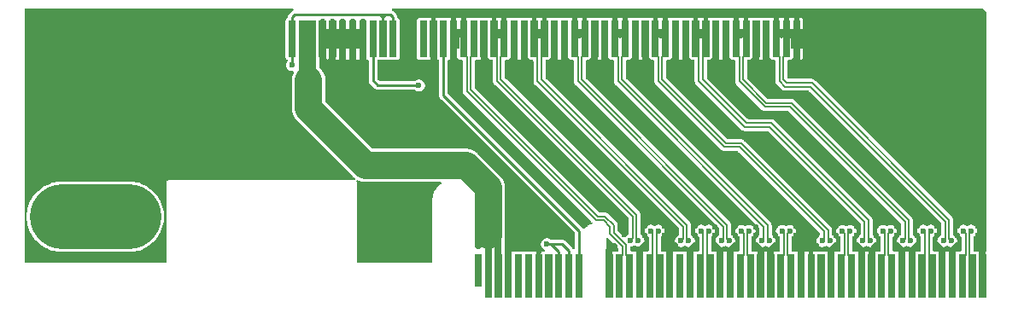
<source format=gbl>
G04 Layer: BottomLayer*
G04 EasyEDA v6.4.25, 2021-10-11T08:22:16+08:00*
G04 810a2c9a40b449618898816b7f75cef1,119f753a6ce64b8d841f2ad33262ab0c,10*
G04 Gerber Generator version 0.2*
G04 Scale: 100 percent, Rotated: No, Reflected: No *
G04 Dimensions in millimeters *
G04 leading zeros omitted , absolute positions ,4 integer and 5 decimal *
%FSLAX45Y45*%
%MOMM*%

%ADD10C,0.2540*%
%ADD11C,0.2083*%
%ADD12C,0.7000*%
%ADD13C,0.5999*%
%ADD14C,6.4000*%
%ADD15C,2.7000*%

%LPD*%
G36*
X13954658Y-14614499D02*
G01*
X13950238Y-14613940D01*
X13946428Y-14611553D01*
X13887399Y-14552523D01*
X13885163Y-14549221D01*
X13884401Y-14545360D01*
X13884401Y-14492782D01*
X13883589Y-14484350D01*
X13881252Y-14476679D01*
X13877442Y-14469618D01*
X13872057Y-14463013D01*
X13786916Y-14377873D01*
X13780312Y-14372488D01*
X13773251Y-14368678D01*
X13765580Y-14366341D01*
X13757148Y-14365528D01*
X13703807Y-14365528D01*
X13699896Y-14364766D01*
X13696645Y-14362531D01*
X12469012Y-13134949D01*
X12466777Y-13131647D01*
X12466015Y-13127736D01*
X12466015Y-12864693D01*
X12466777Y-12860782D01*
X12469012Y-12857480D01*
X12472263Y-12855295D01*
X12476175Y-12854533D01*
X12491110Y-12854533D01*
X12497511Y-12853873D01*
X12503658Y-12852044D01*
X12506604Y-12851587D01*
X12509550Y-12852044D01*
X12515646Y-12853873D01*
X12522098Y-12854533D01*
X12591084Y-12854533D01*
X12597536Y-12853873D01*
X12603632Y-12852044D01*
X12606578Y-12851587D01*
X12609525Y-12852044D01*
X12615672Y-12853873D01*
X12622072Y-12854533D01*
X12637008Y-12854533D01*
X12640919Y-12855295D01*
X12644170Y-12857480D01*
X12646406Y-12860782D01*
X12647168Y-12864693D01*
X12647168Y-13063778D01*
X12647980Y-13072211D01*
X12650317Y-13079882D01*
X12654127Y-13086943D01*
X12659512Y-13093547D01*
X13987576Y-14421612D01*
X13989761Y-14424913D01*
X13990574Y-14428774D01*
X13990574Y-14580971D01*
X13989913Y-14584527D01*
X13988034Y-14587626D01*
X13985240Y-14589861D01*
X13978788Y-14593366D01*
X13970914Y-14599513D01*
X13964157Y-14606828D01*
X13962126Y-14609927D01*
X13958925Y-14613077D01*
G37*

%LPD*%
G36*
X13786307Y-14782800D02*
G01*
X13782395Y-14782038D01*
X13779093Y-14779802D01*
X13776909Y-14776551D01*
X13776147Y-14772640D01*
X13776147Y-14753183D01*
X13773353Y-14750897D01*
X13771524Y-14747798D01*
X13770914Y-14744293D01*
X13770914Y-14628672D01*
X13771676Y-14624761D01*
X13773861Y-14621510D01*
X13777163Y-14619274D01*
X13781024Y-14618512D01*
X13784935Y-14619274D01*
X13788237Y-14621510D01*
X13887551Y-14720824D01*
X13889786Y-14724126D01*
X13890548Y-14727986D01*
X13890548Y-14744293D01*
X13889786Y-14748205D01*
X13887551Y-14751456D01*
X13884300Y-14753691D01*
X13880388Y-14754453D01*
X13865453Y-14754453D01*
X13859052Y-14755063D01*
X13852906Y-14756942D01*
X13849959Y-14757400D01*
X13847013Y-14756942D01*
X13840917Y-14755063D01*
X13834465Y-14754453D01*
X13823848Y-14754453D01*
X13823848Y-14772640D01*
X13823035Y-14776551D01*
X13820851Y-14779802D01*
X13817549Y-14782038D01*
X13813688Y-14782800D01*
G37*

%LPD*%
G36*
X12786309Y-14782800D02*
G01*
X12782397Y-14782038D01*
X12779095Y-14779802D01*
X12776911Y-14776551D01*
X12776149Y-14772640D01*
X12776149Y-14754453D01*
X12771729Y-14753691D01*
X12768478Y-14751456D01*
X12766243Y-14748205D01*
X12765481Y-14744293D01*
X12765481Y-14120926D01*
X12765227Y-14112138D01*
X12764566Y-14103502D01*
X12763449Y-14094917D01*
X12761874Y-14086382D01*
X12759842Y-14077950D01*
X12757353Y-14069669D01*
X12754508Y-14061490D01*
X12751155Y-14053464D01*
X12747447Y-14045641D01*
X12743281Y-14038072D01*
X12738760Y-14030655D01*
X12733883Y-14023543D01*
X12728600Y-14016634D01*
X12722961Y-14010081D01*
X12716916Y-14003680D01*
X12496292Y-13783056D01*
X12489891Y-13776960D01*
X12483287Y-13771372D01*
X12476429Y-13766088D01*
X12469266Y-13761161D01*
X12461900Y-13756640D01*
X12454280Y-13752525D01*
X12446457Y-13748766D01*
X12438481Y-13745463D01*
X12430302Y-13742568D01*
X12421971Y-13740130D01*
X12413538Y-13738098D01*
X12405055Y-13736523D01*
X12396470Y-13735354D01*
X12387834Y-13734694D01*
X12378994Y-13734491D01*
X11458143Y-13734491D01*
X11454231Y-13733678D01*
X11450929Y-13731494D01*
X10988903Y-13269417D01*
X10986668Y-13266115D01*
X10985906Y-13262254D01*
X10985906Y-13055854D01*
X10984992Y-13038277D01*
X10982299Y-13021208D01*
X10977778Y-13004444D01*
X10971580Y-12988290D01*
X10963706Y-12972846D01*
X10954308Y-12958318D01*
X10943386Y-12944856D01*
X10931144Y-12932613D01*
X10925860Y-12928346D01*
X10923066Y-12924840D01*
X10922101Y-12920472D01*
X10922101Y-12864693D01*
X10922863Y-12860782D01*
X10925098Y-12857480D01*
X10928350Y-12855295D01*
X10932769Y-12854533D01*
X10932769Y-12740386D01*
X10928350Y-12739573D01*
X10925098Y-12737388D01*
X10922863Y-12734086D01*
X10922101Y-12730226D01*
X10922101Y-12557810D01*
X10922863Y-12553950D01*
X10925098Y-12550648D01*
X10928350Y-12548463D01*
X10932769Y-12547650D01*
X10932769Y-12457379D01*
X10933531Y-12453467D01*
X10935716Y-12450216D01*
X10939018Y-12447981D01*
X10942929Y-12447219D01*
X10970310Y-12447219D01*
X10974171Y-12447981D01*
X10977473Y-12450216D01*
X10979658Y-12453467D01*
X10980470Y-12457379D01*
X10980470Y-12547650D01*
X11032744Y-12547650D01*
X11032744Y-12457379D01*
X11033506Y-12453467D01*
X11035741Y-12450216D01*
X11039043Y-12447981D01*
X11042904Y-12447219D01*
X11070285Y-12447219D01*
X11074196Y-12447981D01*
X11077448Y-12450216D01*
X11079683Y-12453467D01*
X11080445Y-12457379D01*
X11080445Y-12547650D01*
X11132769Y-12547650D01*
X11132769Y-12457379D01*
X11133531Y-12453467D01*
X11135715Y-12450216D01*
X11139017Y-12447981D01*
X11142929Y-12447219D01*
X11170310Y-12447219D01*
X11174171Y-12447981D01*
X11177473Y-12450216D01*
X11179657Y-12453467D01*
X11180470Y-12457379D01*
X11180470Y-12547650D01*
X11232743Y-12547650D01*
X11232743Y-12457379D01*
X11233505Y-12453467D01*
X11235740Y-12450216D01*
X11239042Y-12447981D01*
X11242903Y-12447219D01*
X11270284Y-12447219D01*
X11274196Y-12447981D01*
X11277447Y-12450216D01*
X11279682Y-12453467D01*
X11280444Y-12457379D01*
X11280444Y-12547650D01*
X11332768Y-12547650D01*
X11332768Y-12457379D01*
X11333530Y-12453467D01*
X11335715Y-12450216D01*
X11339017Y-12447981D01*
X11342928Y-12447219D01*
X11370310Y-12447219D01*
X11374170Y-12447981D01*
X11377472Y-12450216D01*
X11379657Y-12453467D01*
X11380470Y-12457379D01*
X11380470Y-12547650D01*
X11384838Y-12548463D01*
X11388090Y-12550648D01*
X11390325Y-12553950D01*
X11391087Y-12557810D01*
X11391087Y-12730226D01*
X11390325Y-12734086D01*
X11388090Y-12737388D01*
X11384838Y-12739573D01*
X11380470Y-12740386D01*
X11380470Y-12854533D01*
X11391087Y-12854533D01*
X11397538Y-12853873D01*
X11400282Y-12853060D01*
X11404041Y-12852654D01*
X11407648Y-12853619D01*
X11410696Y-12855854D01*
X11412677Y-12859054D01*
X11413388Y-12862763D01*
X11413439Y-13058444D01*
X11414556Y-13066674D01*
X11417096Y-13074243D01*
X11421008Y-13081203D01*
X11426393Y-13087654D01*
X11476837Y-13138099D01*
X11483492Y-13143077D01*
X11490604Y-13146633D01*
X11498275Y-13148818D01*
X11506657Y-13149630D01*
X11866524Y-13149630D01*
X11869826Y-13150138D01*
X11872772Y-13151764D01*
X11879529Y-13156996D01*
X11888317Y-13161772D01*
X11897766Y-13165023D01*
X11907621Y-13166648D01*
X11917578Y-13166648D01*
X11927433Y-13165023D01*
X11936882Y-13161772D01*
X11945670Y-13156996D01*
X11953544Y-13150900D01*
X11960301Y-13143534D01*
X11965787Y-13135203D01*
X11969800Y-13126008D01*
X11972239Y-13116356D01*
X11973052Y-13106400D01*
X11972239Y-13096443D01*
X11969800Y-13086791D01*
X11965787Y-13077596D01*
X11960301Y-13069265D01*
X11953544Y-13061899D01*
X11945670Y-13055803D01*
X11936882Y-13051028D01*
X11927433Y-13047776D01*
X11917578Y-13046151D01*
X11907621Y-13046151D01*
X11897766Y-13047776D01*
X11888317Y-13051028D01*
X11879529Y-13055803D01*
X11872772Y-13061035D01*
X11869826Y-13062661D01*
X11866524Y-13063219D01*
X11528298Y-13063219D01*
X11524437Y-13062407D01*
X11521135Y-13060222D01*
X11502796Y-13041884D01*
X11500561Y-13038582D01*
X11499799Y-13034670D01*
X11499799Y-12862763D01*
X11500510Y-12859054D01*
X11502491Y-12855854D01*
X11505539Y-12853619D01*
X11509146Y-12852654D01*
X11512905Y-12853060D01*
X11515648Y-12853873D01*
X11522100Y-12854533D01*
X11591086Y-12854533D01*
X11597538Y-12853873D01*
X11603634Y-12852044D01*
X11606580Y-12851587D01*
X11609527Y-12852044D01*
X11615674Y-12853873D01*
X11622074Y-12854533D01*
X11691112Y-12854533D01*
X11697512Y-12853873D01*
X11703253Y-12852146D01*
X11708536Y-12849301D01*
X11713108Y-12845542D01*
X11716918Y-12840919D01*
X11719712Y-12835636D01*
X11721490Y-12829946D01*
X11722100Y-12823494D01*
X11722100Y-12464491D01*
X11721490Y-12458090D01*
X11719712Y-12452350D01*
X11716918Y-12447066D01*
X11713108Y-12442494D01*
X11708536Y-12438684D01*
X11705082Y-12436856D01*
X11702135Y-12434468D01*
X11700256Y-12431217D01*
X11698630Y-12419126D01*
X11696090Y-12411557D01*
X11692178Y-12404598D01*
X11686794Y-12398146D01*
X11660936Y-12372340D01*
X11654332Y-12367310D01*
X11649913Y-12365126D01*
X11646458Y-12362281D01*
X11644528Y-12358217D01*
X11644579Y-12353696D01*
X11646560Y-12349683D01*
X11650065Y-12346889D01*
X11654434Y-12345873D01*
X17500041Y-12345873D01*
X17503902Y-12346635D01*
X17507204Y-12348870D01*
X17536058Y-12377724D01*
X17538293Y-12381026D01*
X17539055Y-12384887D01*
X17539055Y-14744293D01*
X17538293Y-14748205D01*
X17536058Y-14751456D01*
X17532807Y-14753691D01*
X17528895Y-14754453D01*
X17523815Y-14754453D01*
X17523815Y-14772640D01*
X17523053Y-14776551D01*
X17520818Y-14779802D01*
X17517567Y-14782038D01*
X17513655Y-14782800D01*
X17486274Y-14782800D01*
X17482362Y-14782038D01*
X17479111Y-14779802D01*
X17476876Y-14776551D01*
X17476114Y-14772640D01*
X17476114Y-14754453D01*
X17465446Y-14754453D01*
X17459045Y-14755063D01*
X17452898Y-14756942D01*
X17449952Y-14757400D01*
X17447006Y-14756942D01*
X17440910Y-14755063D01*
X17434458Y-14754453D01*
X17419574Y-14754453D01*
X17415662Y-14753691D01*
X17412360Y-14751456D01*
X17410176Y-14748205D01*
X17409414Y-14744293D01*
X17409414Y-14612975D01*
X17410023Y-14609419D01*
X17411903Y-14606320D01*
X17414697Y-14604085D01*
X17421148Y-14600580D01*
X17429022Y-14594433D01*
X17435779Y-14587118D01*
X17441265Y-14578736D01*
X17445278Y-14569592D01*
X17447717Y-14559889D01*
X17448530Y-14549983D01*
X17447717Y-14540026D01*
X17445278Y-14530324D01*
X17441265Y-14521180D01*
X17435779Y-14512798D01*
X17429022Y-14505482D01*
X17421148Y-14499336D01*
X17412360Y-14494560D01*
X17402911Y-14491360D01*
X17393056Y-14489684D01*
X17383099Y-14489684D01*
X17373244Y-14491360D01*
X17363795Y-14494560D01*
X17354804Y-14499437D01*
X17351654Y-14500555D01*
X17348301Y-14500555D01*
X17345152Y-14499437D01*
X17336160Y-14494560D01*
X17326711Y-14491360D01*
X17316856Y-14489684D01*
X17306848Y-14489684D01*
X17296993Y-14491360D01*
X17287544Y-14494560D01*
X17278756Y-14499336D01*
X17270882Y-14505482D01*
X17264126Y-14512798D01*
X17258690Y-14521180D01*
X17254677Y-14530324D01*
X17252188Y-14540026D01*
X17251375Y-14549983D01*
X17252188Y-14559889D01*
X17254677Y-14569592D01*
X17258690Y-14578736D01*
X17264126Y-14587118D01*
X17270882Y-14594433D01*
X17278756Y-14600580D01*
X17285208Y-14604085D01*
X17288052Y-14606320D01*
X17289881Y-14609419D01*
X17290542Y-14612975D01*
X17290542Y-14744293D01*
X17289780Y-14748205D01*
X17287544Y-14751456D01*
X17284293Y-14753691D01*
X17280382Y-14754453D01*
X17265446Y-14754453D01*
X17259046Y-14755063D01*
X17252899Y-14756942D01*
X17249952Y-14757400D01*
X17247006Y-14756942D01*
X17240910Y-14755063D01*
X17234458Y-14754453D01*
X17165472Y-14754453D01*
X17159020Y-14755063D01*
X17152924Y-14756942D01*
X17149978Y-14757400D01*
X17147032Y-14756942D01*
X17140885Y-14755063D01*
X17134484Y-14754453D01*
X17065447Y-14754453D01*
X17059046Y-14755063D01*
X17052899Y-14756942D01*
X17049953Y-14757400D01*
X17047006Y-14756942D01*
X17040910Y-14755063D01*
X17034459Y-14754453D01*
X17019574Y-14754453D01*
X17015663Y-14753691D01*
X17012361Y-14751456D01*
X17010176Y-14748205D01*
X17009414Y-14744293D01*
X17009414Y-14612975D01*
X17010024Y-14609419D01*
X17011904Y-14606320D01*
X17014698Y-14604085D01*
X17021149Y-14600580D01*
X17029023Y-14594433D01*
X17035780Y-14587118D01*
X17041266Y-14578736D01*
X17045279Y-14569592D01*
X17047718Y-14559889D01*
X17048530Y-14549983D01*
X17047718Y-14540026D01*
X17045279Y-14530324D01*
X17041266Y-14521180D01*
X17035780Y-14512798D01*
X17029023Y-14505482D01*
X17021149Y-14499336D01*
X17012361Y-14494560D01*
X17002912Y-14491360D01*
X16993057Y-14489684D01*
X16983100Y-14489684D01*
X16973245Y-14491360D01*
X16963796Y-14494560D01*
X16954804Y-14499437D01*
X16951655Y-14500555D01*
X16948302Y-14500555D01*
X16945152Y-14499437D01*
X16936161Y-14494560D01*
X16926712Y-14491360D01*
X16916857Y-14489684D01*
X16906849Y-14489684D01*
X16896994Y-14491360D01*
X16887545Y-14494560D01*
X16878757Y-14499336D01*
X16870883Y-14505482D01*
X16864126Y-14512798D01*
X16858691Y-14521180D01*
X16854678Y-14530324D01*
X16852188Y-14540026D01*
X16851376Y-14549983D01*
X16852188Y-14559889D01*
X16854678Y-14569592D01*
X16858691Y-14578736D01*
X16864126Y-14587118D01*
X16870883Y-14594433D01*
X16878757Y-14600580D01*
X16885208Y-14604085D01*
X16888053Y-14606320D01*
X16889882Y-14609419D01*
X16890542Y-14612975D01*
X16890542Y-14744293D01*
X16889780Y-14748205D01*
X16887545Y-14751456D01*
X16884294Y-14753691D01*
X16880382Y-14754453D01*
X16865447Y-14754453D01*
X16859046Y-14755063D01*
X16852900Y-14756942D01*
X16849953Y-14757400D01*
X16847007Y-14756942D01*
X16840911Y-14755063D01*
X16834459Y-14754453D01*
X16765473Y-14754453D01*
X16759021Y-14755063D01*
X16752925Y-14756942D01*
X16749979Y-14757400D01*
X16747032Y-14756942D01*
X16740886Y-14755063D01*
X16734485Y-14754453D01*
X16665448Y-14754453D01*
X16659047Y-14755063D01*
X16652900Y-14756942D01*
X16649954Y-14757400D01*
X16647007Y-14756942D01*
X16640911Y-14755063D01*
X16634460Y-14754453D01*
X16619575Y-14754453D01*
X16615663Y-14753691D01*
X16612362Y-14751456D01*
X16610177Y-14748205D01*
X16609415Y-14744293D01*
X16609415Y-14612975D01*
X16610025Y-14609419D01*
X16611904Y-14606320D01*
X16614698Y-14604085D01*
X16621150Y-14600580D01*
X16629024Y-14594433D01*
X16635780Y-14587118D01*
X16641267Y-14578736D01*
X16645280Y-14569592D01*
X16647718Y-14559889D01*
X16648531Y-14549983D01*
X16647718Y-14540026D01*
X16645280Y-14530324D01*
X16641267Y-14521180D01*
X16635780Y-14512798D01*
X16629024Y-14505482D01*
X16621150Y-14499336D01*
X16612362Y-14494560D01*
X16602913Y-14491360D01*
X16593057Y-14489684D01*
X16583101Y-14489684D01*
X16573246Y-14491360D01*
X16563797Y-14494560D01*
X16554805Y-14499437D01*
X16551656Y-14500555D01*
X16548303Y-14500555D01*
X16545153Y-14499437D01*
X16536162Y-14494560D01*
X16526713Y-14491360D01*
X16516857Y-14489684D01*
X16506850Y-14489684D01*
X16496995Y-14491360D01*
X16487546Y-14494560D01*
X16478757Y-14499336D01*
X16470884Y-14505482D01*
X16464127Y-14512798D01*
X16458692Y-14521180D01*
X16454678Y-14530324D01*
X16452189Y-14540026D01*
X16451376Y-14549983D01*
X16452189Y-14559889D01*
X16454678Y-14569592D01*
X16458692Y-14578736D01*
X16464127Y-14587118D01*
X16470884Y-14594433D01*
X16478757Y-14600580D01*
X16485209Y-14604085D01*
X16488054Y-14606320D01*
X16489883Y-14609419D01*
X16490543Y-14612975D01*
X16490543Y-14744293D01*
X16489781Y-14748205D01*
X16487546Y-14751456D01*
X16484295Y-14753691D01*
X16480383Y-14754453D01*
X16465448Y-14754453D01*
X16459047Y-14755063D01*
X16452900Y-14756942D01*
X16449954Y-14757400D01*
X16447007Y-14756942D01*
X16440912Y-14755063D01*
X16434460Y-14754453D01*
X16365474Y-14754453D01*
X16359022Y-14755063D01*
X16352926Y-14756942D01*
X16349980Y-14757400D01*
X16347033Y-14756942D01*
X16340886Y-14755063D01*
X16334486Y-14754453D01*
X16265448Y-14754453D01*
X16259048Y-14755063D01*
X16252901Y-14756942D01*
X16249954Y-14757400D01*
X16247008Y-14756942D01*
X16240912Y-14755063D01*
X16234460Y-14754453D01*
X16219576Y-14754453D01*
X16215664Y-14753691D01*
X16212362Y-14751456D01*
X16210178Y-14748205D01*
X16209416Y-14744293D01*
X16209416Y-14612975D01*
X16210026Y-14609419D01*
X16211905Y-14606320D01*
X16214699Y-14604085D01*
X16221151Y-14600580D01*
X16229025Y-14594433D01*
X16235781Y-14587118D01*
X16241268Y-14578736D01*
X16245281Y-14569592D01*
X16247719Y-14559889D01*
X16248532Y-14549983D01*
X16247719Y-14540026D01*
X16245281Y-14530324D01*
X16241268Y-14521180D01*
X16235781Y-14512798D01*
X16229025Y-14505482D01*
X16221151Y-14499336D01*
X16212362Y-14494560D01*
X16202913Y-14491360D01*
X16193058Y-14489684D01*
X16183101Y-14489684D01*
X16173246Y-14491360D01*
X16163798Y-14494560D01*
X16154806Y-14499437D01*
X16151656Y-14500555D01*
X16148304Y-14500555D01*
X16145154Y-14499437D01*
X16136162Y-14494560D01*
X16126713Y-14491360D01*
X16116858Y-14489684D01*
X16106851Y-14489684D01*
X16096996Y-14491360D01*
X16087547Y-14494560D01*
X16078758Y-14499336D01*
X16070884Y-14505482D01*
X16064128Y-14512798D01*
X16058692Y-14521180D01*
X16054679Y-14530324D01*
X16052190Y-14540026D01*
X16051377Y-14549983D01*
X16052190Y-14559889D01*
X16054679Y-14569592D01*
X16058692Y-14578736D01*
X16064128Y-14587118D01*
X16070884Y-14594433D01*
X16078758Y-14600580D01*
X16085210Y-14604085D01*
X16088055Y-14606320D01*
X16089884Y-14609419D01*
X16090544Y-14612975D01*
X16090544Y-14744293D01*
X16089782Y-14748205D01*
X16087547Y-14751456D01*
X16084296Y-14753691D01*
X16080384Y-14754453D01*
X16065449Y-14754453D01*
X16059048Y-14755063D01*
X16052901Y-14756942D01*
X16049955Y-14757400D01*
X16047008Y-14756942D01*
X16040912Y-14755063D01*
X16034461Y-14754453D01*
X15965474Y-14754453D01*
X15959023Y-14755063D01*
X15952927Y-14756942D01*
X15949980Y-14757400D01*
X15947034Y-14756942D01*
X15940887Y-14755063D01*
X15934486Y-14754453D01*
X15865449Y-14754453D01*
X15859048Y-14755063D01*
X15852901Y-14756942D01*
X15849955Y-14757400D01*
X15847009Y-14756942D01*
X15840913Y-14755063D01*
X15834461Y-14754453D01*
X15823844Y-14754453D01*
X15823844Y-14772640D01*
X15823031Y-14776551D01*
X15820847Y-14779802D01*
X15817545Y-14782038D01*
X15813684Y-14782800D01*
X15786303Y-14782800D01*
X15782391Y-14782038D01*
X15779089Y-14779802D01*
X15776905Y-14776551D01*
X15776143Y-14772640D01*
X15776143Y-14754453D01*
X15765475Y-14754453D01*
X15759023Y-14755063D01*
X15752927Y-14756942D01*
X15749981Y-14757400D01*
X15747034Y-14756942D01*
X15740888Y-14755063D01*
X15734487Y-14754453D01*
X15723819Y-14754453D01*
X15723819Y-14772640D01*
X15723057Y-14776551D01*
X15720822Y-14779802D01*
X15717570Y-14782038D01*
X15713659Y-14782800D01*
X15686278Y-14782800D01*
X15682366Y-14782038D01*
X15679115Y-14779802D01*
X15676880Y-14776551D01*
X15676118Y-14772640D01*
X15676118Y-14754453D01*
X15665450Y-14754453D01*
X15659049Y-14755063D01*
X15652902Y-14756942D01*
X15649956Y-14757400D01*
X15647009Y-14756942D01*
X15640913Y-14755063D01*
X15634462Y-14754453D01*
X15619577Y-14754453D01*
X15615666Y-14753691D01*
X15612363Y-14751456D01*
X15610179Y-14748205D01*
X15609417Y-14744293D01*
X15609417Y-14612975D01*
X15610027Y-14609419D01*
X15611906Y-14606320D01*
X15614700Y-14604085D01*
X15621152Y-14600580D01*
X15629026Y-14594433D01*
X15635782Y-14587118D01*
X15641269Y-14578736D01*
X15645282Y-14569592D01*
X15647720Y-14559889D01*
X15648533Y-14549983D01*
X15647720Y-14540026D01*
X15645282Y-14530324D01*
X15641269Y-14521180D01*
X15635782Y-14512798D01*
X15629026Y-14505482D01*
X15621152Y-14499336D01*
X15612363Y-14494560D01*
X15602915Y-14491360D01*
X15593060Y-14489684D01*
X15583103Y-14489684D01*
X15573248Y-14491360D01*
X15563799Y-14494560D01*
X15554807Y-14499437D01*
X15551657Y-14500555D01*
X15548305Y-14500555D01*
X15545155Y-14499437D01*
X15536163Y-14494560D01*
X15526715Y-14491360D01*
X15516860Y-14489684D01*
X15506852Y-14489684D01*
X15496997Y-14491360D01*
X15487548Y-14494560D01*
X15478760Y-14499336D01*
X15470886Y-14505482D01*
X15464129Y-14512798D01*
X15458694Y-14521180D01*
X15454680Y-14530324D01*
X15452191Y-14540026D01*
X15451378Y-14549983D01*
X15452191Y-14559889D01*
X15454680Y-14569592D01*
X15458694Y-14578736D01*
X15464129Y-14587118D01*
X15470886Y-14594433D01*
X15478760Y-14600580D01*
X15485211Y-14604085D01*
X15488056Y-14606320D01*
X15489885Y-14609419D01*
X15490545Y-14612975D01*
X15490545Y-14744293D01*
X15489783Y-14748205D01*
X15487548Y-14751456D01*
X15484297Y-14753691D01*
X15480385Y-14754453D01*
X15465450Y-14754453D01*
X15459049Y-14755063D01*
X15452902Y-14756942D01*
X15449956Y-14757400D01*
X15447010Y-14756942D01*
X15440913Y-14755063D01*
X15434462Y-14754453D01*
X15365476Y-14754453D01*
X15359024Y-14755063D01*
X15352928Y-14756942D01*
X15349982Y-14757400D01*
X15347035Y-14756942D01*
X15340888Y-14755063D01*
X15334488Y-14754453D01*
X15265450Y-14754453D01*
X15259050Y-14755063D01*
X15252903Y-14756942D01*
X15249956Y-14757400D01*
X15247010Y-14756942D01*
X15240914Y-14755063D01*
X15234462Y-14754453D01*
X15219578Y-14754453D01*
X15215666Y-14753691D01*
X15212364Y-14751456D01*
X15210180Y-14748205D01*
X15209418Y-14744293D01*
X15209418Y-14612975D01*
X15210028Y-14609419D01*
X15211907Y-14606320D01*
X15214701Y-14604085D01*
X15221153Y-14600580D01*
X15229027Y-14594433D01*
X15235783Y-14587118D01*
X15241269Y-14578736D01*
X15245283Y-14569592D01*
X15247721Y-14559889D01*
X15248534Y-14549983D01*
X15247721Y-14540026D01*
X15245283Y-14530324D01*
X15241269Y-14521180D01*
X15235783Y-14512798D01*
X15229027Y-14505482D01*
X15221153Y-14499336D01*
X15212364Y-14494560D01*
X15202916Y-14491360D01*
X15193060Y-14489684D01*
X15183104Y-14489684D01*
X15173248Y-14491360D01*
X15163800Y-14494560D01*
X15154808Y-14499437D01*
X15151658Y-14500555D01*
X15148306Y-14500555D01*
X15145156Y-14499437D01*
X15136164Y-14494560D01*
X15126716Y-14491360D01*
X15116860Y-14489684D01*
X15106853Y-14489684D01*
X15096998Y-14491360D01*
X15087549Y-14494560D01*
X15078760Y-14499336D01*
X15070886Y-14505482D01*
X15064130Y-14512798D01*
X15058694Y-14521180D01*
X15054681Y-14530324D01*
X15052192Y-14540026D01*
X15051379Y-14549983D01*
X15052192Y-14559889D01*
X15054681Y-14569592D01*
X15058694Y-14578736D01*
X15064130Y-14587118D01*
X15070886Y-14594433D01*
X15078760Y-14600580D01*
X15085212Y-14604085D01*
X15088057Y-14606320D01*
X15089886Y-14609419D01*
X15090546Y-14612975D01*
X15090546Y-14744293D01*
X15089784Y-14748205D01*
X15087549Y-14751456D01*
X15084298Y-14753691D01*
X15080386Y-14754453D01*
X15065451Y-14754453D01*
X15059050Y-14755063D01*
X15052903Y-14756942D01*
X15049957Y-14757400D01*
X15047010Y-14756942D01*
X15040914Y-14755063D01*
X15034463Y-14754453D01*
X14965476Y-14754453D01*
X14959025Y-14755063D01*
X14952929Y-14756942D01*
X14949982Y-14757400D01*
X14947036Y-14756942D01*
X14940889Y-14755063D01*
X14934488Y-14754453D01*
X14865451Y-14754453D01*
X14859050Y-14755063D01*
X14852904Y-14756942D01*
X14849957Y-14757400D01*
X14847011Y-14756942D01*
X14840915Y-14755063D01*
X14834463Y-14754453D01*
X14819579Y-14754453D01*
X14815667Y-14753691D01*
X14812365Y-14751456D01*
X14810181Y-14748205D01*
X14809419Y-14744293D01*
X14809419Y-14612975D01*
X14810028Y-14609419D01*
X14811908Y-14606320D01*
X14814702Y-14604085D01*
X14821154Y-14600580D01*
X14829028Y-14594433D01*
X14835784Y-14587118D01*
X14841270Y-14578736D01*
X14845284Y-14569592D01*
X14847722Y-14559889D01*
X14848535Y-14549983D01*
X14847722Y-14540026D01*
X14845284Y-14530324D01*
X14841270Y-14521180D01*
X14835784Y-14512798D01*
X14829028Y-14505482D01*
X14821154Y-14499336D01*
X14812365Y-14494560D01*
X14802916Y-14491360D01*
X14793061Y-14489684D01*
X14783104Y-14489684D01*
X14773249Y-14491360D01*
X14763800Y-14494560D01*
X14754809Y-14499437D01*
X14751659Y-14500555D01*
X14748306Y-14500555D01*
X14745157Y-14499437D01*
X14736165Y-14494560D01*
X14726716Y-14491360D01*
X14716861Y-14489684D01*
X14706854Y-14489684D01*
X14696998Y-14491360D01*
X14687550Y-14494560D01*
X14678761Y-14499336D01*
X14670887Y-14505482D01*
X14664131Y-14512798D01*
X14658695Y-14521180D01*
X14654682Y-14530324D01*
X14652193Y-14540026D01*
X14651380Y-14549983D01*
X14652193Y-14559889D01*
X14654682Y-14569592D01*
X14658695Y-14578736D01*
X14664131Y-14587118D01*
X14670887Y-14594433D01*
X14678761Y-14600580D01*
X14685213Y-14604085D01*
X14688057Y-14606320D01*
X14689886Y-14609419D01*
X14690547Y-14612975D01*
X14690547Y-14744293D01*
X14689785Y-14748205D01*
X14687550Y-14751456D01*
X14684298Y-14753691D01*
X14680387Y-14754453D01*
X14665451Y-14754453D01*
X14659051Y-14755063D01*
X14652904Y-14756942D01*
X14649957Y-14757400D01*
X14647011Y-14756942D01*
X14640915Y-14755063D01*
X14634463Y-14754453D01*
X14565477Y-14754453D01*
X14559026Y-14755063D01*
X14552930Y-14756942D01*
X14549983Y-14757400D01*
X14547037Y-14756942D01*
X14540890Y-14755063D01*
X14534489Y-14754453D01*
X14465452Y-14754453D01*
X14459051Y-14755063D01*
X14452904Y-14756942D01*
X14449958Y-14757400D01*
X14447012Y-14756942D01*
X14440916Y-14755063D01*
X14434464Y-14754453D01*
X14423847Y-14754453D01*
X14423847Y-14772640D01*
X14423034Y-14776551D01*
X14420850Y-14779802D01*
X14417548Y-14782038D01*
X14413687Y-14782800D01*
X14386306Y-14782800D01*
X14382394Y-14782038D01*
X14379092Y-14779802D01*
X14376907Y-14776551D01*
X14376146Y-14772640D01*
X14376146Y-14754453D01*
X14365478Y-14754453D01*
X14359026Y-14755063D01*
X14352930Y-14756942D01*
X14349984Y-14757400D01*
X14347037Y-14756942D01*
X14340890Y-14755063D01*
X14334490Y-14754453D01*
X14319554Y-14754453D01*
X14315643Y-14753691D01*
X14312392Y-14751456D01*
X14310156Y-14748205D01*
X14309394Y-14744293D01*
X14309394Y-14612975D01*
X14310055Y-14609419D01*
X14311884Y-14606320D01*
X14314728Y-14604085D01*
X14321180Y-14600580D01*
X14329054Y-14594433D01*
X14335810Y-14587118D01*
X14341246Y-14578736D01*
X14345259Y-14569592D01*
X14347748Y-14559889D01*
X14348561Y-14549983D01*
X14347748Y-14540026D01*
X14345259Y-14530324D01*
X14341246Y-14521180D01*
X14335810Y-14512798D01*
X14329054Y-14505482D01*
X14321180Y-14499336D01*
X14312392Y-14494560D01*
X14302943Y-14491360D01*
X14293088Y-14489684D01*
X14283080Y-14489684D01*
X14273225Y-14491360D01*
X14263776Y-14494560D01*
X14254784Y-14499437D01*
X14251635Y-14500555D01*
X14248282Y-14500555D01*
X14245132Y-14499437D01*
X14236141Y-14494560D01*
X14226692Y-14491360D01*
X14216837Y-14489684D01*
X14206880Y-14489684D01*
X14197025Y-14491360D01*
X14187576Y-14494560D01*
X14178788Y-14499336D01*
X14170913Y-14505482D01*
X14164157Y-14512798D01*
X14158671Y-14521180D01*
X14154657Y-14530324D01*
X14152219Y-14540026D01*
X14151406Y-14549983D01*
X14152219Y-14559889D01*
X14154657Y-14569592D01*
X14158671Y-14578736D01*
X14164157Y-14587118D01*
X14170913Y-14594433D01*
X14178788Y-14600580D01*
X14185239Y-14604085D01*
X14188033Y-14606320D01*
X14189913Y-14609419D01*
X14190573Y-14612975D01*
X14190573Y-14744293D01*
X14189760Y-14748205D01*
X14187576Y-14751456D01*
X14184274Y-14753691D01*
X14180413Y-14754453D01*
X14165478Y-14754453D01*
X14159026Y-14755063D01*
X14152930Y-14756942D01*
X14149984Y-14757400D01*
X14147038Y-14756942D01*
X14140891Y-14755063D01*
X14134490Y-14754453D01*
X14065453Y-14754453D01*
X14059052Y-14755063D01*
X14052905Y-14756942D01*
X14049959Y-14757400D01*
X14047012Y-14756942D01*
X14040916Y-14755063D01*
X14034465Y-14754453D01*
X14019580Y-14754453D01*
X14015669Y-14753691D01*
X14012367Y-14751456D01*
X14010182Y-14748205D01*
X14009420Y-14744293D01*
X14009420Y-14714118D01*
X14010030Y-14710613D01*
X14011808Y-14707514D01*
X14014551Y-14705279D01*
X14017904Y-14704060D01*
X14026692Y-14702586D01*
X14036141Y-14699386D01*
X14045133Y-14694509D01*
X14048282Y-14693392D01*
X14051635Y-14693392D01*
X14054785Y-14694509D01*
X14063776Y-14699386D01*
X14073225Y-14702586D01*
X14083080Y-14704263D01*
X14093088Y-14704263D01*
X14102943Y-14702586D01*
X14112392Y-14699386D01*
X14121180Y-14694611D01*
X14129054Y-14688464D01*
X14135811Y-14681149D01*
X14141246Y-14672767D01*
X14145260Y-14663623D01*
X14147749Y-14653920D01*
X14148562Y-14644014D01*
X14147749Y-14634057D01*
X14145260Y-14624354D01*
X14141246Y-14615210D01*
X14135811Y-14606828D01*
X14129054Y-14599513D01*
X14121180Y-14593366D01*
X14114729Y-14589861D01*
X14111884Y-14587626D01*
X14110055Y-14584527D01*
X14109395Y-14580971D01*
X14109395Y-14392808D01*
X14108582Y-14384324D01*
X14106245Y-14376654D01*
X14102435Y-14369592D01*
X14097050Y-14362988D01*
X12768986Y-13034924D01*
X12766802Y-13031673D01*
X12766040Y-13027761D01*
X12766040Y-12864693D01*
X12766802Y-12860782D01*
X12768986Y-12857480D01*
X12772288Y-12855295D01*
X12776200Y-12854533D01*
X12791084Y-12854533D01*
X12797536Y-12853873D01*
X12803632Y-12852044D01*
X12806578Y-12851587D01*
X12809524Y-12852044D01*
X12815671Y-12853873D01*
X12822072Y-12854533D01*
X12891109Y-12854533D01*
X12897510Y-12853873D01*
X12903657Y-12852044D01*
X12906603Y-12851587D01*
X12909550Y-12852044D01*
X12915646Y-12853873D01*
X12922097Y-12854533D01*
X12991084Y-12854533D01*
X12997535Y-12853873D01*
X13003631Y-12852044D01*
X13006578Y-12851587D01*
X13009524Y-12852044D01*
X13015671Y-12853873D01*
X13022071Y-12854533D01*
X13037007Y-12854533D01*
X13040918Y-12855295D01*
X13044169Y-12857480D01*
X13046405Y-12860782D01*
X13047167Y-12864693D01*
X13047167Y-13063778D01*
X13047980Y-13072211D01*
X13050316Y-13079882D01*
X13054126Y-13086943D01*
X13059511Y-13093547D01*
X14487550Y-14521637D01*
X14489785Y-14524888D01*
X14490547Y-14528800D01*
X14490547Y-14586915D01*
X14489887Y-14590471D01*
X14488058Y-14593569D01*
X14485213Y-14595856D01*
X14478762Y-14599361D01*
X14470888Y-14605457D01*
X14464131Y-14612823D01*
X14458696Y-14621154D01*
X14454682Y-14630349D01*
X14452193Y-14640001D01*
X14451380Y-14649957D01*
X14452193Y-14659914D01*
X14454682Y-14669566D01*
X14458696Y-14678761D01*
X14464131Y-14687092D01*
X14470888Y-14694458D01*
X14478762Y-14700554D01*
X14487550Y-14705330D01*
X14496999Y-14708581D01*
X14506854Y-14710206D01*
X14516862Y-14710206D01*
X14526717Y-14708581D01*
X14536166Y-14705330D01*
X14545157Y-14700453D01*
X14548307Y-14699386D01*
X14551660Y-14699386D01*
X14554809Y-14700453D01*
X14563801Y-14705330D01*
X14573250Y-14708581D01*
X14583105Y-14710206D01*
X14593062Y-14710206D01*
X14602917Y-14708581D01*
X14612366Y-14705330D01*
X14621154Y-14700554D01*
X14629028Y-14694458D01*
X14635784Y-14687092D01*
X14641271Y-14678761D01*
X14645284Y-14669566D01*
X14647722Y-14659914D01*
X14648535Y-14649957D01*
X14647722Y-14640001D01*
X14645284Y-14630349D01*
X14641271Y-14621154D01*
X14635784Y-14612823D01*
X14629028Y-14605457D01*
X14621154Y-14599361D01*
X14614702Y-14595856D01*
X14611908Y-14593569D01*
X14610029Y-14590471D01*
X14609419Y-14586915D01*
X14609419Y-14492782D01*
X14608556Y-14484350D01*
X14606219Y-14476679D01*
X14602460Y-14469618D01*
X14597075Y-14463013D01*
X13168985Y-13034924D01*
X13166801Y-13031673D01*
X13166039Y-13027761D01*
X13166039Y-12864693D01*
X13166801Y-12860782D01*
X13168985Y-12857480D01*
X13172287Y-12855295D01*
X13176148Y-12854533D01*
X13191083Y-12854533D01*
X13197535Y-12853873D01*
X13203631Y-12852044D01*
X13206577Y-12851587D01*
X13209524Y-12852044D01*
X13215670Y-12853873D01*
X13222071Y-12854533D01*
X13291108Y-12854533D01*
X13297509Y-12853873D01*
X13303656Y-12852044D01*
X13306602Y-12851587D01*
X13309549Y-12852044D01*
X13315645Y-12853873D01*
X13322096Y-12854533D01*
X13391083Y-12854533D01*
X13397534Y-12853873D01*
X13403630Y-12852044D01*
X13406577Y-12851587D01*
X13409523Y-12852044D01*
X13415670Y-12853873D01*
X13422071Y-12854533D01*
X13437006Y-12854533D01*
X13440918Y-12855295D01*
X13444169Y-12857480D01*
X13446404Y-12860782D01*
X13447166Y-12864693D01*
X13447166Y-13063728D01*
X13447979Y-13072211D01*
X13450316Y-13079882D01*
X13454126Y-13086943D01*
X13459510Y-13093547D01*
X14887549Y-14521637D01*
X14889784Y-14524888D01*
X14890546Y-14528800D01*
X14890546Y-14586915D01*
X14889886Y-14590471D01*
X14888057Y-14593569D01*
X14885212Y-14595856D01*
X14878761Y-14599361D01*
X14870887Y-14605457D01*
X14864130Y-14612823D01*
X14858695Y-14621154D01*
X14854682Y-14630349D01*
X14852192Y-14640001D01*
X14851380Y-14649957D01*
X14852192Y-14659914D01*
X14854682Y-14669566D01*
X14858695Y-14678761D01*
X14864130Y-14687092D01*
X14870887Y-14694458D01*
X14878761Y-14700554D01*
X14887549Y-14705330D01*
X14896998Y-14708581D01*
X14906853Y-14710206D01*
X14916861Y-14710206D01*
X14926716Y-14708581D01*
X14936165Y-14705330D01*
X14945156Y-14700453D01*
X14948306Y-14699386D01*
X14951659Y-14699386D01*
X14954808Y-14700453D01*
X14963800Y-14705330D01*
X14973249Y-14708581D01*
X14983104Y-14710206D01*
X14993061Y-14710206D01*
X15002916Y-14708581D01*
X15012365Y-14705330D01*
X15021153Y-14700554D01*
X15029027Y-14694458D01*
X15035784Y-14687092D01*
X15041270Y-14678761D01*
X15045283Y-14669566D01*
X15047722Y-14659914D01*
X15048534Y-14649957D01*
X15047722Y-14640001D01*
X15045283Y-14630349D01*
X15041270Y-14621154D01*
X15035784Y-14612823D01*
X15029027Y-14605457D01*
X15021153Y-14599361D01*
X15014701Y-14595856D01*
X15011907Y-14593569D01*
X15010028Y-14590471D01*
X15009418Y-14586915D01*
X15009418Y-14492782D01*
X15008555Y-14484350D01*
X15006218Y-14476679D01*
X15002459Y-14469618D01*
X14997074Y-14463013D01*
X13568984Y-13034924D01*
X13566800Y-13031673D01*
X13566038Y-13027761D01*
X13566038Y-12864693D01*
X13566800Y-12860782D01*
X13568984Y-12857480D01*
X13572286Y-12855295D01*
X13576198Y-12854533D01*
X13591082Y-12854533D01*
X13597534Y-12853873D01*
X13603630Y-12852044D01*
X13606576Y-12851587D01*
X13609523Y-12852044D01*
X13615669Y-12853873D01*
X13622070Y-12854533D01*
X13691107Y-12854533D01*
X13697508Y-12853873D01*
X13703655Y-12852044D01*
X13706601Y-12851587D01*
X13709548Y-12852044D01*
X13715644Y-12853873D01*
X13722096Y-12854533D01*
X13791082Y-12854533D01*
X13797534Y-12853873D01*
X13803630Y-12852044D01*
X13806576Y-12851587D01*
X13809522Y-12852044D01*
X13815669Y-12853873D01*
X13822070Y-12854533D01*
X13837005Y-12854533D01*
X13840917Y-12855295D01*
X13844168Y-12857480D01*
X13846403Y-12860782D01*
X13847165Y-12864693D01*
X13847165Y-13063778D01*
X13847978Y-13072211D01*
X13850315Y-13079882D01*
X13854125Y-13086943D01*
X13859510Y-13093547D01*
X15287548Y-14521637D01*
X15289784Y-14524888D01*
X15290546Y-14528800D01*
X15290546Y-14586915D01*
X15289885Y-14590471D01*
X15288056Y-14593569D01*
X15285212Y-14595856D01*
X15278760Y-14599361D01*
X15270886Y-14605457D01*
X15264130Y-14612823D01*
X15258694Y-14621154D01*
X15254681Y-14630349D01*
X15252192Y-14640001D01*
X15251379Y-14649957D01*
X15252192Y-14659914D01*
X15254681Y-14669566D01*
X15258694Y-14678761D01*
X15264130Y-14687092D01*
X15270886Y-14694458D01*
X15278760Y-14700554D01*
X15287548Y-14705330D01*
X15296997Y-14708581D01*
X15306852Y-14710206D01*
X15316860Y-14710206D01*
X15326715Y-14708581D01*
X15336164Y-14705330D01*
X15345156Y-14700453D01*
X15348305Y-14699386D01*
X15351658Y-14699386D01*
X15354807Y-14700453D01*
X15363799Y-14705330D01*
X15373248Y-14708581D01*
X15383103Y-14710206D01*
X15393060Y-14710206D01*
X15402915Y-14708581D01*
X15412364Y-14705330D01*
X15421152Y-14700554D01*
X15429026Y-14694458D01*
X15435783Y-14687092D01*
X15441269Y-14678761D01*
X15445282Y-14669566D01*
X15447721Y-14659914D01*
X15448534Y-14649957D01*
X15447721Y-14640001D01*
X15445282Y-14630349D01*
X15441269Y-14621154D01*
X15435783Y-14612823D01*
X15429026Y-14605457D01*
X15421152Y-14599361D01*
X15414701Y-14595856D01*
X15411907Y-14593569D01*
X15410027Y-14590471D01*
X15409418Y-14586915D01*
X15409418Y-14492782D01*
X15408554Y-14484350D01*
X15406217Y-14476679D01*
X15402458Y-14469618D01*
X15397073Y-14463013D01*
X13968984Y-13034924D01*
X13966799Y-13031673D01*
X13966037Y-13027761D01*
X13966037Y-12864693D01*
X13966799Y-12860782D01*
X13968984Y-12857480D01*
X13972286Y-12855295D01*
X13976197Y-12854533D01*
X13991082Y-12854533D01*
X13997533Y-12853873D01*
X14003629Y-12852044D01*
X14006576Y-12851587D01*
X14009522Y-12852044D01*
X14015669Y-12853873D01*
X14022069Y-12854533D01*
X14091107Y-12854533D01*
X14097507Y-12853873D01*
X14103654Y-12852044D01*
X14106601Y-12851587D01*
X14109547Y-12852044D01*
X14115643Y-12853873D01*
X14122095Y-12854533D01*
X14191081Y-12854533D01*
X14197533Y-12853873D01*
X14203629Y-12852044D01*
X14206575Y-12851587D01*
X14209522Y-12852044D01*
X14215668Y-12853873D01*
X14222069Y-12854533D01*
X14237004Y-12854533D01*
X14240916Y-12855295D01*
X14244167Y-12857480D01*
X14246402Y-12860782D01*
X14247164Y-12864693D01*
X14247164Y-13063778D01*
X14247977Y-13072211D01*
X14250314Y-13079882D01*
X14254124Y-13086943D01*
X14259509Y-13093547D01*
X14913000Y-13747089D01*
X14919604Y-13752474D01*
X14926665Y-13756233D01*
X14934336Y-13758570D01*
X14942819Y-13759434D01*
X15071140Y-13759434D01*
X15075052Y-13760196D01*
X15078303Y-13762380D01*
X15887547Y-14571624D01*
X15889782Y-14574875D01*
X15890544Y-14578787D01*
X15890544Y-14586915D01*
X15889884Y-14590471D01*
X15888055Y-14593569D01*
X15885210Y-14595856D01*
X15878759Y-14599361D01*
X15870885Y-14605457D01*
X15864128Y-14612823D01*
X15858693Y-14621154D01*
X15854680Y-14630349D01*
X15852190Y-14640001D01*
X15851378Y-14649957D01*
X15852190Y-14659914D01*
X15854680Y-14669566D01*
X15858693Y-14678761D01*
X15864128Y-14687092D01*
X15870885Y-14694458D01*
X15878759Y-14700554D01*
X15887547Y-14705330D01*
X15896996Y-14708581D01*
X15906851Y-14710206D01*
X15916859Y-14710206D01*
X15926714Y-14708581D01*
X15936163Y-14705330D01*
X15945154Y-14700453D01*
X15948304Y-14699386D01*
X15951657Y-14699386D01*
X15954806Y-14700453D01*
X15963798Y-14705330D01*
X15973247Y-14708581D01*
X15983102Y-14710206D01*
X15993059Y-14710206D01*
X16002914Y-14708581D01*
X16012363Y-14705330D01*
X16021151Y-14700554D01*
X16029025Y-14694458D01*
X16035782Y-14687092D01*
X16041268Y-14678761D01*
X16045281Y-14669566D01*
X16047719Y-14659914D01*
X16048532Y-14649957D01*
X16047719Y-14640001D01*
X16045281Y-14630349D01*
X16041268Y-14621154D01*
X16035782Y-14612823D01*
X16029025Y-14605457D01*
X16021151Y-14599361D01*
X16014700Y-14595856D01*
X16011906Y-14593569D01*
X16010026Y-14590471D01*
X16009416Y-14586915D01*
X16009416Y-14542820D01*
X16008553Y-14534337D01*
X16006216Y-14526666D01*
X16002457Y-14519605D01*
X15997072Y-14513001D01*
X15136926Y-13652855D01*
X15130322Y-13647470D01*
X15123261Y-13643711D01*
X15115590Y-13641374D01*
X15107157Y-13640562D01*
X14978786Y-13640562D01*
X14974874Y-13639749D01*
X14971623Y-13637564D01*
X14368983Y-13034924D01*
X14366798Y-13031673D01*
X14366036Y-13027761D01*
X14366036Y-12864693D01*
X14366798Y-12860782D01*
X14368983Y-12857480D01*
X14372285Y-12855295D01*
X14376196Y-12854533D01*
X14391081Y-12854533D01*
X14397532Y-12853873D01*
X14403628Y-12852044D01*
X14406575Y-12851587D01*
X14409521Y-12852044D01*
X14415668Y-12853873D01*
X14422069Y-12854533D01*
X14491106Y-12854533D01*
X14497507Y-12853873D01*
X14503654Y-12852044D01*
X14506600Y-12851587D01*
X14509546Y-12852044D01*
X14515642Y-12853873D01*
X14522094Y-12854533D01*
X14591080Y-12854533D01*
X14597532Y-12853873D01*
X14603628Y-12852044D01*
X14606574Y-12851587D01*
X14609521Y-12852044D01*
X14615668Y-12853873D01*
X14622068Y-12854533D01*
X14637004Y-12854533D01*
X14640915Y-12855295D01*
X14644166Y-12857480D01*
X14646401Y-12860782D01*
X14647163Y-12864693D01*
X14647163Y-13063778D01*
X14647976Y-13072262D01*
X14650313Y-13079933D01*
X14654123Y-13086994D01*
X14659508Y-13093598D01*
X15113000Y-13547090D01*
X15119604Y-13552474D01*
X15126665Y-13556234D01*
X15134336Y-13558570D01*
X15142819Y-13559434D01*
X15371165Y-13559434D01*
X15375026Y-13560196D01*
X15378328Y-13562380D01*
X16287546Y-14471599D01*
X16289782Y-14474901D01*
X16290544Y-14478812D01*
X16290544Y-14586915D01*
X16289883Y-14590471D01*
X16288054Y-14593569D01*
X16285210Y-14595856D01*
X16278758Y-14599361D01*
X16270884Y-14605457D01*
X16264128Y-14612823D01*
X16258692Y-14621154D01*
X16254679Y-14630349D01*
X16252190Y-14640001D01*
X16251377Y-14649957D01*
X16252190Y-14659914D01*
X16254679Y-14669566D01*
X16258692Y-14678761D01*
X16264128Y-14687092D01*
X16270884Y-14694458D01*
X16278758Y-14700554D01*
X16287546Y-14705330D01*
X16296995Y-14708581D01*
X16306850Y-14710206D01*
X16316858Y-14710206D01*
X16326713Y-14708581D01*
X16336162Y-14705330D01*
X16345154Y-14700453D01*
X16348303Y-14699386D01*
X16351656Y-14699386D01*
X16354806Y-14700453D01*
X16363797Y-14705330D01*
X16373246Y-14708581D01*
X16383101Y-14710206D01*
X16393058Y-14710206D01*
X16402913Y-14708581D01*
X16412362Y-14705330D01*
X16421150Y-14700554D01*
X16429024Y-14694458D01*
X16435781Y-14687092D01*
X16441267Y-14678761D01*
X16445280Y-14669566D01*
X16447719Y-14659914D01*
X16448532Y-14649957D01*
X16447719Y-14640001D01*
X16445280Y-14630349D01*
X16441267Y-14621154D01*
X16435781Y-14612823D01*
X16429024Y-14605457D01*
X16421150Y-14599361D01*
X16414699Y-14595856D01*
X16411905Y-14593569D01*
X16410025Y-14590471D01*
X16409416Y-14586915D01*
X16409416Y-14442795D01*
X16408552Y-14434362D01*
X16406215Y-14426692D01*
X16402456Y-14419630D01*
X16397071Y-14413026D01*
X15436951Y-13452856D01*
X15430347Y-13447471D01*
X15423286Y-13443712D01*
X15415615Y-13441375D01*
X15407132Y-13440562D01*
X15178786Y-13440562D01*
X15174874Y-13439749D01*
X15171623Y-13437565D01*
X14768982Y-13034924D01*
X14766798Y-13031673D01*
X14766036Y-13027761D01*
X14766036Y-12864693D01*
X14766798Y-12860782D01*
X14768982Y-12857480D01*
X14772284Y-12855295D01*
X14776196Y-12854533D01*
X14791080Y-12854533D01*
X14797532Y-12853873D01*
X14803628Y-12852044D01*
X14806574Y-12851587D01*
X14809520Y-12852044D01*
X14815667Y-12853873D01*
X14822068Y-12854533D01*
X14891105Y-12854533D01*
X14897506Y-12853873D01*
X14903653Y-12852044D01*
X14906599Y-12851587D01*
X14909546Y-12852044D01*
X14915642Y-12853873D01*
X14922093Y-12854533D01*
X14991080Y-12854533D01*
X14997531Y-12853873D01*
X15003627Y-12852044D01*
X15006574Y-12851587D01*
X15009520Y-12852044D01*
X15015667Y-12853873D01*
X15022068Y-12854533D01*
X15037003Y-12854533D01*
X15040914Y-12855295D01*
X15044166Y-12857480D01*
X15046401Y-12860782D01*
X15047163Y-12864693D01*
X15047163Y-13063778D01*
X15047976Y-13072211D01*
X15050312Y-13079882D01*
X15054122Y-13086943D01*
X15059507Y-13093547D01*
X15312999Y-13347090D01*
X15319603Y-13352475D01*
X15326664Y-13356234D01*
X15334335Y-13358571D01*
X15342819Y-13359434D01*
X15571165Y-13359434D01*
X15575026Y-13360196D01*
X15578328Y-13362381D01*
X16687546Y-14471599D01*
X16689781Y-14474901D01*
X16690543Y-14478812D01*
X16690543Y-14586915D01*
X16689882Y-14590471D01*
X16688054Y-14593569D01*
X16685209Y-14595856D01*
X16678757Y-14599361D01*
X16670883Y-14605457D01*
X16664127Y-14612823D01*
X16658691Y-14621154D01*
X16654678Y-14630349D01*
X16652189Y-14640001D01*
X16651376Y-14649957D01*
X16652189Y-14659914D01*
X16654678Y-14669566D01*
X16658691Y-14678761D01*
X16664127Y-14687092D01*
X16670883Y-14694458D01*
X16678757Y-14700554D01*
X16687546Y-14705330D01*
X16696994Y-14708581D01*
X16706850Y-14710206D01*
X16716857Y-14710206D01*
X16726712Y-14708581D01*
X16736161Y-14705330D01*
X16745153Y-14700453D01*
X16748302Y-14699386D01*
X16751655Y-14699386D01*
X16754805Y-14700453D01*
X16763796Y-14705330D01*
X16773245Y-14708581D01*
X16783100Y-14710206D01*
X16793057Y-14710206D01*
X16802912Y-14708581D01*
X16812361Y-14705330D01*
X16821150Y-14700554D01*
X16829024Y-14694458D01*
X16835780Y-14687092D01*
X16841266Y-14678761D01*
X16845280Y-14669566D01*
X16847718Y-14659914D01*
X16848531Y-14649957D01*
X16847718Y-14640001D01*
X16845280Y-14630349D01*
X16841266Y-14621154D01*
X16835780Y-14612823D01*
X16829024Y-14605457D01*
X16821150Y-14599361D01*
X16814698Y-14595856D01*
X16811904Y-14593569D01*
X16810024Y-14590471D01*
X16809415Y-14586915D01*
X16809415Y-14442795D01*
X16808551Y-14434362D01*
X16806214Y-14426692D01*
X16802455Y-14419630D01*
X16797070Y-14413026D01*
X15636951Y-13252856D01*
X15630347Y-13247471D01*
X15623286Y-13243712D01*
X15615615Y-13241375D01*
X15607131Y-13240512D01*
X15378785Y-13240512D01*
X15374874Y-13239750D01*
X15371622Y-13237565D01*
X15168981Y-13034924D01*
X15166797Y-13031673D01*
X15166035Y-13027761D01*
X15166035Y-12864693D01*
X15166797Y-12860782D01*
X15168981Y-12857480D01*
X15172283Y-12855295D01*
X15176195Y-12854533D01*
X15191079Y-12854533D01*
X15197531Y-12853873D01*
X15203627Y-12852044D01*
X15206573Y-12851587D01*
X15209519Y-12852044D01*
X15215666Y-12853873D01*
X15222067Y-12854533D01*
X15291104Y-12854533D01*
X15297505Y-12853873D01*
X15303652Y-12852044D01*
X15306598Y-12851587D01*
X15309545Y-12852044D01*
X15315641Y-12853873D01*
X15322092Y-12854533D01*
X15391079Y-12854533D01*
X15397530Y-12853873D01*
X15403626Y-12852044D01*
X15406573Y-12851587D01*
X15409519Y-12852044D01*
X15415666Y-12853873D01*
X15422067Y-12854533D01*
X15437002Y-12854533D01*
X15440913Y-12855295D01*
X15444165Y-12857480D01*
X15446400Y-12860782D01*
X15447162Y-12864693D01*
X15447162Y-13063778D01*
X15447975Y-13072211D01*
X15450312Y-13079882D01*
X15454122Y-13086943D01*
X15459506Y-13093547D01*
X15512999Y-13147090D01*
X15519603Y-13152475D01*
X15526664Y-13156234D01*
X15534335Y-13158571D01*
X15542818Y-13159435D01*
X15771164Y-13159435D01*
X15775025Y-13160197D01*
X15778327Y-13162381D01*
X17087545Y-14471599D01*
X17089780Y-14474901D01*
X17090542Y-14478762D01*
X17090542Y-14586915D01*
X17089882Y-14590471D01*
X17088053Y-14593569D01*
X17085208Y-14595856D01*
X17078756Y-14599361D01*
X17070882Y-14605457D01*
X17064126Y-14612823D01*
X17058690Y-14621154D01*
X17054677Y-14630349D01*
X17052188Y-14640001D01*
X17051375Y-14649957D01*
X17052188Y-14659914D01*
X17054677Y-14669566D01*
X17058690Y-14678761D01*
X17064126Y-14687092D01*
X17070882Y-14694458D01*
X17078756Y-14700554D01*
X17087545Y-14705330D01*
X17096994Y-14708581D01*
X17106849Y-14710206D01*
X17116856Y-14710206D01*
X17126712Y-14708581D01*
X17136160Y-14705330D01*
X17145152Y-14700453D01*
X17148302Y-14699386D01*
X17151654Y-14699386D01*
X17154804Y-14700453D01*
X17163796Y-14705330D01*
X17173244Y-14708581D01*
X17183100Y-14710206D01*
X17193056Y-14710206D01*
X17202912Y-14708581D01*
X17212360Y-14705330D01*
X17221149Y-14700554D01*
X17229023Y-14694458D01*
X17235779Y-14687092D01*
X17241266Y-14678761D01*
X17245279Y-14669566D01*
X17247717Y-14659914D01*
X17248530Y-14649957D01*
X17247717Y-14640001D01*
X17245279Y-14630349D01*
X17241266Y-14621154D01*
X17235779Y-14612823D01*
X17229023Y-14605457D01*
X17221149Y-14599361D01*
X17214697Y-14595856D01*
X17211903Y-14593569D01*
X17210024Y-14590471D01*
X17209414Y-14586915D01*
X17209414Y-14442795D01*
X17208550Y-14434362D01*
X17206214Y-14426692D01*
X17202454Y-14419630D01*
X17197070Y-14413026D01*
X15836950Y-13052856D01*
X15830346Y-13047471D01*
X15823285Y-13043712D01*
X15815614Y-13041376D01*
X15807131Y-13040563D01*
X15578785Y-13040563D01*
X15574873Y-13039750D01*
X15571622Y-13037565D01*
X15568980Y-13034924D01*
X15566796Y-13031673D01*
X15566034Y-13027761D01*
X15566034Y-12864693D01*
X15566796Y-12860782D01*
X15568980Y-12857480D01*
X15572282Y-12855295D01*
X15576194Y-12854533D01*
X15591078Y-12854533D01*
X15597530Y-12853873D01*
X15603626Y-12852044D01*
X15606572Y-12851587D01*
X15609519Y-12852044D01*
X15615666Y-12853873D01*
X15622066Y-12854533D01*
X15632734Y-12854533D01*
X15632734Y-12740386D01*
X15607690Y-12740386D01*
X15603778Y-12739573D01*
X15600476Y-12737388D01*
X15598292Y-12734086D01*
X15597530Y-12730226D01*
X15597530Y-12644526D01*
X15596666Y-12636042D01*
X15594330Y-12628372D01*
X15590570Y-12621310D01*
X15585490Y-12615113D01*
X15579293Y-12610033D01*
X15572232Y-12606274D01*
X15564561Y-12603937D01*
X15556585Y-12603124D01*
X15548610Y-12603937D01*
X15540939Y-12606274D01*
X15533878Y-12610033D01*
X15527680Y-12615113D01*
X15522600Y-12621310D01*
X15518841Y-12628372D01*
X15516301Y-12636703D01*
X15514218Y-12640411D01*
X15510763Y-12643002D01*
X15506598Y-12643866D01*
X15502382Y-12643002D01*
X15498927Y-12640411D01*
X15496844Y-12636703D01*
X15494355Y-12628372D01*
X15490545Y-12621310D01*
X15485465Y-12615113D01*
X15479268Y-12610033D01*
X15472206Y-12606274D01*
X15464536Y-12603937D01*
X15456611Y-12603124D01*
X15448635Y-12603937D01*
X15440964Y-12606274D01*
X15437053Y-12608356D01*
X15433040Y-12609525D01*
X15428925Y-12608966D01*
X15425369Y-12606832D01*
X15422930Y-12603480D01*
X15422118Y-12599365D01*
X15422118Y-12557810D01*
X15422880Y-12553950D01*
X15425064Y-12550648D01*
X15428366Y-12548463D01*
X15432735Y-12547650D01*
X15432735Y-12433503D01*
X15422067Y-12433503D01*
X15415666Y-12434112D01*
X15409519Y-12435992D01*
X15406573Y-12436449D01*
X15403626Y-12435992D01*
X15397530Y-12434112D01*
X15391079Y-12433503D01*
X15322092Y-12433503D01*
X15315641Y-12434112D01*
X15309545Y-12435992D01*
X15306598Y-12436449D01*
X15303652Y-12435992D01*
X15297505Y-12434112D01*
X15291104Y-12433503D01*
X15222067Y-12433503D01*
X15215666Y-12434112D01*
X15209519Y-12435992D01*
X15206573Y-12436449D01*
X15203627Y-12435992D01*
X15197531Y-12434112D01*
X15191079Y-12433503D01*
X15180462Y-12433503D01*
X15180462Y-12547650D01*
X15184831Y-12548463D01*
X15188082Y-12550648D01*
X15190317Y-12553950D01*
X15191079Y-12557810D01*
X15191079Y-12599365D01*
X15190216Y-12603480D01*
X15187828Y-12606832D01*
X15184272Y-12608966D01*
X15180106Y-12609525D01*
X15176144Y-12608356D01*
X15172232Y-12606274D01*
X15164562Y-12603937D01*
X15156586Y-12603124D01*
X15148610Y-12603937D01*
X15140940Y-12606274D01*
X15133878Y-12610033D01*
X15127681Y-12615113D01*
X15122601Y-12621310D01*
X15118842Y-12628372D01*
X15116301Y-12636703D01*
X15114219Y-12640411D01*
X15110764Y-12643002D01*
X15106599Y-12643866D01*
X15102382Y-12643002D01*
X15098928Y-12640411D01*
X15096845Y-12636703D01*
X15094356Y-12628372D01*
X15090546Y-12621310D01*
X15085466Y-12615113D01*
X15079268Y-12610033D01*
X15072207Y-12606274D01*
X15064536Y-12603937D01*
X15056612Y-12603124D01*
X15048636Y-12603937D01*
X15040965Y-12606274D01*
X15037054Y-12608356D01*
X15033040Y-12609525D01*
X15028926Y-12608966D01*
X15025369Y-12606832D01*
X15022931Y-12603480D01*
X15022118Y-12599365D01*
X15022118Y-12557810D01*
X15022880Y-12553950D01*
X15025065Y-12550648D01*
X15028367Y-12548463D01*
X15032736Y-12547650D01*
X15032736Y-12433503D01*
X15022068Y-12433503D01*
X15015667Y-12434112D01*
X15009520Y-12435992D01*
X15006574Y-12436449D01*
X15003627Y-12435992D01*
X14997531Y-12434112D01*
X14991080Y-12433503D01*
X14922093Y-12433503D01*
X14915642Y-12434112D01*
X14909546Y-12435992D01*
X14906599Y-12436449D01*
X14903653Y-12435992D01*
X14897506Y-12434112D01*
X14891105Y-12433503D01*
X14822068Y-12433503D01*
X14815667Y-12434112D01*
X14809520Y-12435992D01*
X14806574Y-12436449D01*
X14803628Y-12435992D01*
X14797532Y-12434112D01*
X14791080Y-12433503D01*
X14780463Y-12433503D01*
X14780463Y-12547650D01*
X14784832Y-12548463D01*
X14788083Y-12550648D01*
X14790318Y-12553950D01*
X14791080Y-12557810D01*
X14791080Y-12599365D01*
X14790216Y-12603480D01*
X14787829Y-12606832D01*
X14784273Y-12608966D01*
X14780107Y-12609525D01*
X14776145Y-12608356D01*
X14772233Y-12606274D01*
X14764562Y-12603937D01*
X14756587Y-12603124D01*
X14748611Y-12603937D01*
X14740940Y-12606274D01*
X14733879Y-12610033D01*
X14727682Y-12615113D01*
X14722601Y-12621310D01*
X14718842Y-12628372D01*
X14716302Y-12636703D01*
X14714219Y-12640411D01*
X14710765Y-12643002D01*
X14706600Y-12643866D01*
X14702383Y-12643002D01*
X14698929Y-12640411D01*
X14696846Y-12636703D01*
X14694357Y-12628372D01*
X14690547Y-12621310D01*
X14685467Y-12615113D01*
X14679269Y-12610033D01*
X14672208Y-12606274D01*
X14664537Y-12603937D01*
X14656612Y-12603124D01*
X14648637Y-12603937D01*
X14640966Y-12606274D01*
X14637054Y-12608356D01*
X14633041Y-12609525D01*
X14628926Y-12608966D01*
X14625370Y-12606832D01*
X14622932Y-12603480D01*
X14622119Y-12599365D01*
X14622119Y-12557810D01*
X14622881Y-12553950D01*
X14625066Y-12550648D01*
X14628368Y-12548463D01*
X14632736Y-12547650D01*
X14632736Y-12433503D01*
X14622068Y-12433503D01*
X14615668Y-12434112D01*
X14609521Y-12435992D01*
X14606574Y-12436449D01*
X14603628Y-12435992D01*
X14597532Y-12434112D01*
X14591080Y-12433503D01*
X14522094Y-12433503D01*
X14515642Y-12434112D01*
X14509546Y-12435992D01*
X14506600Y-12436449D01*
X14503654Y-12435992D01*
X14497507Y-12434112D01*
X14491106Y-12433503D01*
X14422069Y-12433503D01*
X14415668Y-12434112D01*
X14409521Y-12435992D01*
X14406575Y-12436449D01*
X14403628Y-12435992D01*
X14397532Y-12434112D01*
X14391081Y-12433503D01*
X14380463Y-12433503D01*
X14380463Y-12547650D01*
X14384832Y-12548463D01*
X14388084Y-12550648D01*
X14390319Y-12553950D01*
X14391081Y-12557810D01*
X14391081Y-12599365D01*
X14390217Y-12603480D01*
X14387830Y-12606832D01*
X14384274Y-12608966D01*
X14380108Y-12609525D01*
X14376146Y-12608356D01*
X14372234Y-12606274D01*
X14364563Y-12603937D01*
X14356588Y-12603124D01*
X14348612Y-12603937D01*
X14340941Y-12606274D01*
X14333880Y-12610033D01*
X14327682Y-12615113D01*
X14322602Y-12621310D01*
X14318843Y-12628372D01*
X14316303Y-12636703D01*
X14314220Y-12640411D01*
X14310766Y-12643002D01*
X14306600Y-12643866D01*
X14302384Y-12643002D01*
X14298930Y-12640411D01*
X14296847Y-12636703D01*
X14294357Y-12628372D01*
X14290548Y-12621310D01*
X14285468Y-12615113D01*
X14279270Y-12610033D01*
X14272209Y-12606274D01*
X14264538Y-12603937D01*
X14256613Y-12603124D01*
X14248638Y-12603937D01*
X14240967Y-12606274D01*
X14237055Y-12608356D01*
X14233042Y-12609525D01*
X14228927Y-12608966D01*
X14225371Y-12606832D01*
X14222933Y-12603480D01*
X14222120Y-12599365D01*
X14222120Y-12557810D01*
X14222882Y-12553950D01*
X14225066Y-12550648D01*
X14228368Y-12548463D01*
X14232737Y-12547650D01*
X14232737Y-12433503D01*
X14222069Y-12433503D01*
X14215668Y-12434112D01*
X14209522Y-12435992D01*
X14206575Y-12436449D01*
X14203629Y-12435992D01*
X14197533Y-12434112D01*
X14191081Y-12433503D01*
X14122095Y-12433503D01*
X14115643Y-12434112D01*
X14109547Y-12435992D01*
X14106601Y-12436449D01*
X14103654Y-12435992D01*
X14097507Y-12434112D01*
X14091107Y-12433503D01*
X14022069Y-12433503D01*
X14015669Y-12434112D01*
X14009522Y-12435992D01*
X14006576Y-12436449D01*
X14003629Y-12435992D01*
X13997533Y-12434112D01*
X13991082Y-12433503D01*
X13980464Y-12433503D01*
X13980464Y-12547650D01*
X13984833Y-12548463D01*
X13988084Y-12550648D01*
X13990319Y-12553950D01*
X13991082Y-12557810D01*
X13991082Y-12599365D01*
X13990218Y-12603480D01*
X13987830Y-12606832D01*
X13984274Y-12608966D01*
X13980109Y-12609525D01*
X13976146Y-12608356D01*
X13972235Y-12606274D01*
X13964564Y-12603937D01*
X13956588Y-12603124D01*
X13948613Y-12603937D01*
X13940942Y-12606274D01*
X13933881Y-12610033D01*
X13927683Y-12615113D01*
X13922603Y-12621310D01*
X13918844Y-12628372D01*
X13916304Y-12636703D01*
X13914221Y-12640411D01*
X13910767Y-12643002D01*
X13906601Y-12643866D01*
X13902385Y-12643002D01*
X13898930Y-12640411D01*
X13896848Y-12636703D01*
X13894358Y-12628372D01*
X13890548Y-12621310D01*
X13885468Y-12615113D01*
X13879271Y-12610033D01*
X13872210Y-12606274D01*
X13864539Y-12603937D01*
X13856614Y-12603124D01*
X13848638Y-12603937D01*
X13840968Y-12606274D01*
X13837056Y-12608356D01*
X13833043Y-12609525D01*
X13828928Y-12608966D01*
X13825372Y-12606832D01*
X13822934Y-12603480D01*
X13822121Y-12599365D01*
X13822121Y-12557810D01*
X13822883Y-12553950D01*
X13825067Y-12550648D01*
X13828369Y-12548463D01*
X13832738Y-12547650D01*
X13832738Y-12433503D01*
X13822070Y-12433503D01*
X13815669Y-12434112D01*
X13809522Y-12435992D01*
X13806576Y-12436449D01*
X13803630Y-12435992D01*
X13797534Y-12434112D01*
X13791082Y-12433503D01*
X13722096Y-12433503D01*
X13715644Y-12434112D01*
X13709548Y-12435992D01*
X13706601Y-12436449D01*
X13703655Y-12435992D01*
X13697508Y-12434112D01*
X13691107Y-12433503D01*
X13622070Y-12433503D01*
X13615669Y-12434112D01*
X13609523Y-12435992D01*
X13606576Y-12436449D01*
X13603630Y-12435992D01*
X13597534Y-12434112D01*
X13591082Y-12433503D01*
X13580465Y-12433503D01*
X13580465Y-12547650D01*
X13584834Y-12548463D01*
X13588085Y-12550648D01*
X13590320Y-12553950D01*
X13591082Y-12557810D01*
X13591082Y-12599365D01*
X13590219Y-12603480D01*
X13587831Y-12606832D01*
X13584275Y-12608966D01*
X13580110Y-12609525D01*
X13576147Y-12608356D01*
X13572236Y-12606274D01*
X13564565Y-12603937D01*
X13556589Y-12603124D01*
X13548613Y-12603937D01*
X13540943Y-12606274D01*
X13533882Y-12610033D01*
X13527684Y-12615113D01*
X13522604Y-12621310D01*
X13518845Y-12628372D01*
X13516305Y-12636703D01*
X13514222Y-12640411D01*
X13510768Y-12643002D01*
X13506602Y-12643866D01*
X13502386Y-12643002D01*
X13498931Y-12640411D01*
X13496848Y-12636703D01*
X13494359Y-12628372D01*
X13490549Y-12621310D01*
X13485469Y-12615113D01*
X13479272Y-12610033D01*
X13472210Y-12606274D01*
X13464540Y-12603937D01*
X13456615Y-12603124D01*
X13448639Y-12603937D01*
X13440968Y-12606274D01*
X13437057Y-12608356D01*
X13433044Y-12609525D01*
X13428929Y-12608966D01*
X13425373Y-12606832D01*
X13422934Y-12603480D01*
X13422122Y-12599365D01*
X13422122Y-12557810D01*
X13422884Y-12553950D01*
X13425068Y-12550648D01*
X13428370Y-12548463D01*
X13432739Y-12547650D01*
X13432739Y-12433503D01*
X13422071Y-12433503D01*
X13415670Y-12434112D01*
X13409523Y-12435992D01*
X13406577Y-12436449D01*
X13403630Y-12435992D01*
X13397534Y-12434112D01*
X13391083Y-12433503D01*
X13322096Y-12433503D01*
X13315645Y-12434112D01*
X13309549Y-12435992D01*
X13306602Y-12436449D01*
X13303656Y-12435992D01*
X13297509Y-12434112D01*
X13291108Y-12433503D01*
X13222071Y-12433503D01*
X13215670Y-12434112D01*
X13209524Y-12435992D01*
X13206577Y-12436449D01*
X13203631Y-12435992D01*
X13197535Y-12434112D01*
X13191083Y-12433503D01*
X13180466Y-12433503D01*
X13180466Y-12547650D01*
X13184835Y-12548463D01*
X13188086Y-12550648D01*
X13190321Y-12553950D01*
X13191083Y-12557810D01*
X13191083Y-12599365D01*
X13190219Y-12603480D01*
X13187832Y-12606832D01*
X13184276Y-12608966D01*
X13180110Y-12609525D01*
X13176148Y-12608356D01*
X13172236Y-12606274D01*
X13164566Y-12603937D01*
X13156590Y-12603124D01*
X13148614Y-12603937D01*
X13140944Y-12606274D01*
X13133882Y-12610033D01*
X13127685Y-12615113D01*
X13122605Y-12621310D01*
X13118846Y-12628372D01*
X13116306Y-12636703D01*
X13114223Y-12640411D01*
X13110768Y-12643002D01*
X13106603Y-12643866D01*
X13102386Y-12643002D01*
X13098932Y-12640411D01*
X13096849Y-12636703D01*
X13094360Y-12628372D01*
X13090550Y-12621310D01*
X13085470Y-12615113D01*
X13079272Y-12610033D01*
X13072211Y-12606274D01*
X13064540Y-12603937D01*
X13056615Y-12603124D01*
X13048640Y-12603937D01*
X13040969Y-12606274D01*
X13037058Y-12608356D01*
X13033044Y-12609525D01*
X13028930Y-12608966D01*
X13025374Y-12606832D01*
X13022935Y-12603480D01*
X13022122Y-12599365D01*
X13022122Y-12557810D01*
X13022884Y-12553950D01*
X13025069Y-12550648D01*
X13028371Y-12548463D01*
X13032740Y-12547650D01*
X13032740Y-12433503D01*
X13022071Y-12433503D01*
X13015671Y-12434112D01*
X13009524Y-12435992D01*
X13006578Y-12436449D01*
X13003631Y-12435992D01*
X12997535Y-12434112D01*
X12991084Y-12433503D01*
X12922097Y-12433503D01*
X12915646Y-12434112D01*
X12909550Y-12435992D01*
X12906603Y-12436449D01*
X12903657Y-12435992D01*
X12897510Y-12434112D01*
X12891109Y-12433503D01*
X12822072Y-12433503D01*
X12815671Y-12434112D01*
X12809524Y-12435992D01*
X12806578Y-12436449D01*
X12803632Y-12435992D01*
X12797536Y-12434112D01*
X12791084Y-12433503D01*
X12780467Y-12433503D01*
X12780467Y-12547650D01*
X12784836Y-12548463D01*
X12788087Y-12550648D01*
X12790322Y-12553950D01*
X12791084Y-12557810D01*
X12791084Y-12599365D01*
X12790220Y-12603480D01*
X12787833Y-12606832D01*
X12784277Y-12608966D01*
X12780111Y-12609525D01*
X12776149Y-12608356D01*
X12772237Y-12606274D01*
X12764566Y-12603937D01*
X12756591Y-12603124D01*
X12748615Y-12603937D01*
X12740944Y-12606274D01*
X12733883Y-12610033D01*
X12727686Y-12615113D01*
X12722606Y-12621310D01*
X12718846Y-12628372D01*
X12716306Y-12636703D01*
X12714224Y-12640411D01*
X12710769Y-12643002D01*
X12706604Y-12643866D01*
X12702387Y-12643002D01*
X12698933Y-12640411D01*
X12696850Y-12636703D01*
X12694361Y-12628372D01*
X12690551Y-12621310D01*
X12685471Y-12615113D01*
X12679273Y-12610033D01*
X12672212Y-12606274D01*
X12664541Y-12603937D01*
X12656616Y-12603124D01*
X12648641Y-12603937D01*
X12640970Y-12606274D01*
X12637058Y-12608356D01*
X12633045Y-12609525D01*
X12628930Y-12608966D01*
X12625374Y-12606832D01*
X12622936Y-12603480D01*
X12622123Y-12599365D01*
X12622123Y-12557810D01*
X12622885Y-12553950D01*
X12625070Y-12550648D01*
X12628372Y-12548463D01*
X12632740Y-12547650D01*
X12632740Y-12433503D01*
X12622072Y-12433503D01*
X12615672Y-12434112D01*
X12609525Y-12435992D01*
X12606578Y-12436449D01*
X12603632Y-12435992D01*
X12597536Y-12434112D01*
X12591084Y-12433503D01*
X12522098Y-12433503D01*
X12515646Y-12434112D01*
X12509550Y-12435992D01*
X12506604Y-12436449D01*
X12503658Y-12435992D01*
X12497511Y-12434112D01*
X12491110Y-12433503D01*
X12422073Y-12433503D01*
X12415672Y-12434112D01*
X12409525Y-12435992D01*
X12406579Y-12436449D01*
X12403632Y-12435992D01*
X12397536Y-12434112D01*
X12391085Y-12433503D01*
X12380468Y-12433503D01*
X12380468Y-12547650D01*
X12384836Y-12548463D01*
X12388088Y-12550648D01*
X12390323Y-12553950D01*
X12391085Y-12557810D01*
X12391085Y-12599365D01*
X12390221Y-12603480D01*
X12387834Y-12606832D01*
X12384278Y-12608966D01*
X12380112Y-12609525D01*
X12376150Y-12608356D01*
X12372238Y-12606274D01*
X12364567Y-12603937D01*
X12356592Y-12603124D01*
X12348616Y-12603937D01*
X12340945Y-12606274D01*
X12333884Y-12610033D01*
X12327686Y-12615113D01*
X12322606Y-12621310D01*
X12318847Y-12628372D01*
X12316510Y-12636042D01*
X12315698Y-12644526D01*
X12315698Y-12730226D01*
X12314885Y-12734086D01*
X12312700Y-12737388D01*
X12309398Y-12739573D01*
X12305538Y-12740386D01*
X12280442Y-12740386D01*
X12280442Y-12854533D01*
X12291110Y-12854533D01*
X12297511Y-12853873D01*
X12303658Y-12852044D01*
X12306604Y-12851587D01*
X12309551Y-12852044D01*
X12315647Y-12853873D01*
X12322098Y-12854533D01*
X12337034Y-12854533D01*
X12340894Y-12855295D01*
X12344196Y-12857480D01*
X12346381Y-12860782D01*
X12347194Y-12864693D01*
X12347194Y-13163753D01*
X12348006Y-13172236D01*
X12350343Y-13179907D01*
X12354102Y-13186968D01*
X12359487Y-13193572D01*
X13630605Y-14464690D01*
X13632942Y-14468297D01*
X13633551Y-14472564D01*
X13632383Y-14476730D01*
X13629538Y-14479981D01*
X13625576Y-14481759D01*
X13617956Y-14483435D01*
X13613892Y-14484654D01*
X13601700Y-14489176D01*
X13597839Y-14490954D01*
X13586409Y-14497202D01*
X13582853Y-14499488D01*
X13572439Y-14507260D01*
X13569238Y-14510054D01*
X13560044Y-14519249D01*
X13557250Y-14522450D01*
X13553236Y-14527834D01*
X13550239Y-14530527D01*
X13546429Y-14531848D01*
X13542416Y-14531543D01*
X13538809Y-14529765D01*
X13530173Y-14519097D01*
X12202769Y-13191642D01*
X12200585Y-13188340D01*
X12199823Y-13184479D01*
X12199823Y-12862763D01*
X12200483Y-12859054D01*
X12202515Y-12855854D01*
X12205512Y-12853619D01*
X12209170Y-12852654D01*
X12212929Y-12853060D01*
X12215672Y-12853873D01*
X12222073Y-12854533D01*
X12232741Y-12854533D01*
X12232741Y-12740386D01*
X12228372Y-12739573D01*
X12225070Y-12737388D01*
X12222886Y-12734086D01*
X12222124Y-12730226D01*
X12222124Y-12557810D01*
X12222886Y-12553950D01*
X12225070Y-12550648D01*
X12228372Y-12548463D01*
X12232741Y-12547650D01*
X12232741Y-12433503D01*
X12222073Y-12433503D01*
X12215672Y-12434112D01*
X12209526Y-12435992D01*
X12206579Y-12436449D01*
X12203633Y-12435992D01*
X12197537Y-12434112D01*
X12191085Y-12433503D01*
X12122099Y-12433503D01*
X12115647Y-12434112D01*
X12109551Y-12435992D01*
X12106605Y-12436449D01*
X12103658Y-12435992D01*
X12097512Y-12434112D01*
X12091111Y-12433503D01*
X12080443Y-12433503D01*
X12080443Y-12547650D01*
X12084812Y-12548463D01*
X12088114Y-12550648D01*
X12090298Y-12553950D01*
X12091111Y-12557810D01*
X12091111Y-12730226D01*
X12090298Y-12734086D01*
X12088114Y-12737388D01*
X12084812Y-12739573D01*
X12080443Y-12740386D01*
X12080443Y-12854533D01*
X12091111Y-12854533D01*
X12097512Y-12853873D01*
X12100255Y-12853060D01*
X12104014Y-12852654D01*
X12107672Y-12853619D01*
X12110669Y-12855854D01*
X12112701Y-12859054D01*
X12113412Y-12862763D01*
X12113412Y-13208203D01*
X12114580Y-13216483D01*
X12117120Y-13224001D01*
X12120981Y-13230961D01*
X12126366Y-13237463D01*
X13453770Y-14564868D01*
X13456005Y-14568169D01*
X13456767Y-14572081D01*
X13456767Y-14724481D01*
X13455802Y-14728799D01*
X13453110Y-14732304D01*
X13449147Y-14734336D01*
X13444728Y-14734489D01*
X13440663Y-14732711D01*
X13437717Y-14729409D01*
X13435584Y-14725548D01*
X13430199Y-14719096D01*
X13360552Y-14649500D01*
X13353948Y-14644522D01*
X13346785Y-14640966D01*
X13339165Y-14638782D01*
X13330732Y-14638019D01*
X13228675Y-14638019D01*
X13225373Y-14637461D01*
X13222427Y-14635835D01*
X13215670Y-14630603D01*
X13206882Y-14625828D01*
X13197433Y-14622576D01*
X13187578Y-14620951D01*
X13177621Y-14620951D01*
X13167766Y-14622576D01*
X13158317Y-14625828D01*
X13149529Y-14630603D01*
X13141655Y-14636699D01*
X13134898Y-14644065D01*
X13129412Y-14652396D01*
X13125399Y-14661591D01*
X13122960Y-14671243D01*
X13122148Y-14681200D01*
X13122960Y-14691156D01*
X13125399Y-14700808D01*
X13129412Y-14710003D01*
X13134898Y-14718334D01*
X13141655Y-14725700D01*
X13149529Y-14731796D01*
X13159079Y-14736978D01*
X13162127Y-14739518D01*
X13163956Y-14743023D01*
X13164362Y-14746935D01*
X13163194Y-14750745D01*
X13160705Y-14753793D01*
X13157200Y-14755622D01*
X13152932Y-14756942D01*
X13149986Y-14757400D01*
X13147040Y-14756942D01*
X13140893Y-14755063D01*
X13134492Y-14754453D01*
X13123824Y-14754453D01*
X13123824Y-14772640D01*
X13123062Y-14776551D01*
X13120827Y-14779802D01*
X13117576Y-14782038D01*
X13113664Y-14782800D01*
X13086283Y-14782800D01*
X13082371Y-14782038D01*
X13079120Y-14779802D01*
X13076885Y-14776551D01*
X13076123Y-14772640D01*
X13076123Y-14754453D01*
X13065455Y-14754453D01*
X13059054Y-14755063D01*
X13052907Y-14756942D01*
X13049961Y-14757400D01*
X13047014Y-14756942D01*
X13040918Y-14755063D01*
X13034467Y-14754453D01*
X12965480Y-14754453D01*
X12959029Y-14755063D01*
X12952933Y-14756942D01*
X12949986Y-14757400D01*
X12947040Y-14756942D01*
X12940893Y-14755063D01*
X12934492Y-14754453D01*
X12865455Y-14754453D01*
X12859054Y-14755063D01*
X12852908Y-14756942D01*
X12849961Y-14757400D01*
X12847015Y-14756942D01*
X12840919Y-14755063D01*
X12834467Y-14754453D01*
X12823850Y-14754453D01*
X12823850Y-14772640D01*
X12823037Y-14776551D01*
X12820853Y-14779802D01*
X12817551Y-14782038D01*
X12813690Y-14782800D01*
G37*

%LPC*%
G36*
X13880439Y-12547650D02*
G01*
X13932763Y-12547650D01*
X13932763Y-12433503D01*
X13922095Y-12433503D01*
X13915644Y-12434112D01*
X13909548Y-12435992D01*
X13906601Y-12436449D01*
X13903655Y-12435992D01*
X13897508Y-12434112D01*
X13891107Y-12433503D01*
X13880439Y-12433503D01*
G37*
G36*
X15680436Y-12854533D02*
G01*
X15691104Y-12854533D01*
X15697504Y-12853873D01*
X15703245Y-12852146D01*
X15708528Y-12849301D01*
X15713100Y-12845542D01*
X15716910Y-12840919D01*
X15719704Y-12835636D01*
X15721482Y-12829946D01*
X15722092Y-12823494D01*
X15722092Y-12740386D01*
X15680436Y-12740386D01*
G37*
G36*
X11180470Y-12854533D02*
G01*
X11191087Y-12854533D01*
X11197539Y-12853873D01*
X11203635Y-12852044D01*
X11206581Y-12851587D01*
X11209528Y-12852044D01*
X11215674Y-12853873D01*
X11222075Y-12854533D01*
X11232743Y-12854533D01*
X11232743Y-12740386D01*
X11180470Y-12740386D01*
G37*
G36*
X11080445Y-12854533D02*
G01*
X11091113Y-12854533D01*
X11097514Y-12853873D01*
X11103660Y-12852044D01*
X11106607Y-12851587D01*
X11109553Y-12852044D01*
X11115649Y-12853873D01*
X11122101Y-12854533D01*
X11132769Y-12854533D01*
X11132769Y-12740386D01*
X11080445Y-12740386D01*
G37*
G36*
X10980470Y-12854533D02*
G01*
X10991088Y-12854533D01*
X10997539Y-12853873D01*
X11003635Y-12852044D01*
X11006582Y-12851587D01*
X11009528Y-12852044D01*
X11015675Y-12853873D01*
X11022076Y-12854533D01*
X11032744Y-12854533D01*
X11032744Y-12740386D01*
X10980470Y-12740386D01*
G37*
G36*
X11280444Y-12854533D02*
G01*
X11291112Y-12854533D01*
X11297513Y-12853873D01*
X11303660Y-12852044D01*
X11306606Y-12851587D01*
X11309553Y-12852044D01*
X11315649Y-12853873D01*
X11322100Y-12854533D01*
X11332768Y-12854533D01*
X11332768Y-12740386D01*
X11280444Y-12740386D01*
G37*
G36*
X11922099Y-12854533D02*
G01*
X11991086Y-12854533D01*
X11997537Y-12853873D01*
X12003633Y-12852044D01*
X12006580Y-12851587D01*
X12009526Y-12852044D01*
X12015673Y-12853873D01*
X12022074Y-12854533D01*
X12032742Y-12854533D01*
X12032742Y-12740386D01*
X12028373Y-12739573D01*
X12025071Y-12737388D01*
X12022886Y-12734086D01*
X12022124Y-12730226D01*
X12022124Y-12557810D01*
X12022886Y-12553950D01*
X12025071Y-12550648D01*
X12028373Y-12548463D01*
X12032742Y-12547650D01*
X12032742Y-12433503D01*
X12022074Y-12433503D01*
X12015673Y-12434112D01*
X12009526Y-12435992D01*
X12006580Y-12436449D01*
X12003633Y-12435992D01*
X11997537Y-12434112D01*
X11991086Y-12433503D01*
X11922099Y-12433503D01*
X11915648Y-12434112D01*
X11909958Y-12435890D01*
X11904675Y-12438684D01*
X11900052Y-12442494D01*
X11896293Y-12447066D01*
X11893448Y-12452350D01*
X11891721Y-12458090D01*
X11891111Y-12464491D01*
X11891111Y-12823494D01*
X11891721Y-12829946D01*
X11893448Y-12835636D01*
X11896293Y-12840919D01*
X11900052Y-12845542D01*
X11904675Y-12849301D01*
X11909958Y-12852146D01*
X11915648Y-12853873D01*
G37*
G36*
X15580461Y-12547650D02*
G01*
X15632734Y-12547650D01*
X15632734Y-12433503D01*
X15622066Y-12433503D01*
X15615666Y-12434112D01*
X15609519Y-12435992D01*
X15606572Y-12436449D01*
X15603626Y-12435992D01*
X15597530Y-12434112D01*
X15591078Y-12433503D01*
X15580461Y-12433503D01*
G37*
G36*
X15680436Y-12547650D02*
G01*
X15722092Y-12547650D01*
X15722092Y-12464491D01*
X15721482Y-12458090D01*
X15719704Y-12452350D01*
X15716910Y-12447066D01*
X15713100Y-12442494D01*
X15708528Y-12438684D01*
X15703245Y-12435890D01*
X15697504Y-12434112D01*
X15691104Y-12433503D01*
X15680436Y-12433503D01*
G37*
G36*
X13080441Y-12547650D02*
G01*
X13132765Y-12547650D01*
X13132765Y-12433503D01*
X13122097Y-12433503D01*
X13115645Y-12434112D01*
X13109549Y-12435992D01*
X13106603Y-12436449D01*
X13103656Y-12435992D01*
X13097510Y-12434112D01*
X13091109Y-12433503D01*
X13080441Y-12433503D01*
G37*
G36*
X14680438Y-12547650D02*
G01*
X14732762Y-12547650D01*
X14732762Y-12433503D01*
X14722094Y-12433503D01*
X14715642Y-12434112D01*
X14709546Y-12435992D01*
X14706600Y-12436449D01*
X14703653Y-12435992D01*
X14697506Y-12434112D01*
X14691106Y-12433503D01*
X14680438Y-12433503D01*
G37*
G36*
X15480436Y-12547650D02*
G01*
X15532760Y-12547650D01*
X15532760Y-12433503D01*
X15522092Y-12433503D01*
X15515640Y-12434112D01*
X15509544Y-12435992D01*
X15506598Y-12436449D01*
X15503651Y-12435992D01*
X15497505Y-12434112D01*
X15491104Y-12433503D01*
X15480436Y-12433503D01*
G37*
G36*
X14280438Y-12547650D02*
G01*
X14332762Y-12547650D01*
X14332762Y-12433503D01*
X14322094Y-12433503D01*
X14315643Y-12434112D01*
X14309547Y-12435992D01*
X14306600Y-12436449D01*
X14303654Y-12435992D01*
X14297507Y-12434112D01*
X14291106Y-12433503D01*
X14280438Y-12433503D01*
G37*
G36*
X12280442Y-12547650D02*
G01*
X12332766Y-12547650D01*
X12332766Y-12433503D01*
X12322098Y-12433503D01*
X12315647Y-12434112D01*
X12309551Y-12435992D01*
X12306604Y-12436449D01*
X12303658Y-12435992D01*
X12297511Y-12434112D01*
X12291110Y-12433503D01*
X12280442Y-12433503D01*
G37*
G36*
X15080437Y-12547650D02*
G01*
X15132761Y-12547650D01*
X15132761Y-12433503D01*
X15122093Y-12433503D01*
X15115641Y-12434112D01*
X15109545Y-12435992D01*
X15106599Y-12436449D01*
X15103652Y-12435992D01*
X15097506Y-12434112D01*
X15091105Y-12433503D01*
X15080437Y-12433503D01*
G37*
G36*
X13480440Y-12547650D02*
G01*
X13532764Y-12547650D01*
X13532764Y-12433503D01*
X13522096Y-12433503D01*
X13515644Y-12434112D01*
X13509548Y-12435992D01*
X13506602Y-12436449D01*
X13503656Y-12435992D01*
X13497509Y-12434112D01*
X13491108Y-12433503D01*
X13480440Y-12433503D01*
G37*
G36*
X12680442Y-12547650D02*
G01*
X12732766Y-12547650D01*
X12732766Y-12433503D01*
X12722098Y-12433503D01*
X12715646Y-12434112D01*
X12709550Y-12435992D01*
X12706604Y-12436449D01*
X12703657Y-12435992D01*
X12697510Y-12434112D01*
X12691110Y-12433503D01*
X12680442Y-12433503D01*
G37*

%LPD*%
G36*
X11306048Y-14869058D02*
G01*
X11302136Y-14868296D01*
X11298885Y-14866061D01*
X11296650Y-14862810D01*
X11295888Y-14858898D01*
X11295888Y-14070584D01*
X11295075Y-14064081D01*
X11292941Y-14058341D01*
X11292281Y-14054328D01*
X11293246Y-14050365D01*
X11295735Y-14047114D01*
X11299291Y-14045082D01*
X11303355Y-14044625D01*
X11307267Y-14045844D01*
X11318036Y-14051178D01*
X11326063Y-14054480D01*
X11334242Y-14057376D01*
X11342522Y-14059814D01*
X11350955Y-14061846D01*
X11359489Y-14063421D01*
X11368074Y-14064589D01*
X11376710Y-14065250D01*
X11385499Y-14065504D01*
X12124080Y-14065504D01*
X12128246Y-14066367D01*
X12131649Y-14068856D01*
X12133783Y-14072514D01*
X12134189Y-14076680D01*
X12132919Y-14080744D01*
X12130074Y-14083842D01*
X12114225Y-14096593D01*
X12111888Y-14098676D01*
X12098680Y-14111884D01*
X12084812Y-14128750D01*
X12082983Y-14131239D01*
X12071248Y-14149628D01*
X12062764Y-14166291D01*
X12061494Y-14169136D01*
X12054789Y-14186611D01*
X12053824Y-14189557D01*
X12048337Y-14210690D01*
X12045086Y-14232229D01*
X12044070Y-14252752D01*
X12044070Y-14858898D01*
X12043308Y-14862810D01*
X12041073Y-14866061D01*
X12037822Y-14868296D01*
X12033910Y-14869058D01*
G37*

%LPD*%
G36*
X8011668Y-14869058D02*
G01*
X8007756Y-14868296D01*
X8004505Y-14866061D01*
X8002270Y-14862810D01*
X8001508Y-14858898D01*
X8001508Y-12356033D01*
X8002270Y-12352121D01*
X8004505Y-12348870D01*
X8007756Y-12346635D01*
X8011668Y-12345873D01*
X10658551Y-12345873D01*
X10662869Y-12346838D01*
X10666323Y-12349530D01*
X10668355Y-12353493D01*
X10668508Y-12357912D01*
X10666780Y-12361976D01*
X10663478Y-12364923D01*
X10657179Y-12368428D01*
X10650728Y-12373813D01*
X10624921Y-12399670D01*
X10619892Y-12406274D01*
X10616336Y-12413437D01*
X10614152Y-12421057D01*
X10613440Y-12428728D01*
X10612628Y-12431877D01*
X10610850Y-12434620D01*
X10608310Y-12436652D01*
X10604754Y-12438634D01*
X10600080Y-12442494D01*
X10596270Y-12447066D01*
X10593476Y-12452350D01*
X10591698Y-12458090D01*
X10591088Y-12464491D01*
X10591088Y-12823494D01*
X10591698Y-12829946D01*
X10593476Y-12835636D01*
X10596270Y-12840919D01*
X10600080Y-12845542D01*
X10604652Y-12849301D01*
X10606735Y-12850418D01*
X10609630Y-12852755D01*
X10611510Y-12855905D01*
X10612120Y-12859562D01*
X10611408Y-12863169D01*
X10603433Y-12875209D01*
X10599420Y-12884404D01*
X10596930Y-12894056D01*
X10596118Y-12904012D01*
X10596930Y-12913969D01*
X10599420Y-12923621D01*
X10603433Y-12932816D01*
X10608868Y-12941147D01*
X10615625Y-12948513D01*
X10623550Y-12954609D01*
X10632287Y-12959384D01*
X10641736Y-12962636D01*
X10651591Y-12964261D01*
X10661599Y-12964261D01*
X10663428Y-12963956D01*
X10667847Y-12964210D01*
X10671759Y-12966344D01*
X10674400Y-12969900D01*
X10675264Y-12974269D01*
X10674146Y-12978587D01*
X10669219Y-12988290D01*
X10663021Y-13004444D01*
X10658500Y-13021208D01*
X10655808Y-13038277D01*
X10654893Y-13055854D01*
X10654893Y-13334847D01*
X10655147Y-13343686D01*
X10655808Y-13352322D01*
X10656925Y-13360907D01*
X10658500Y-13369391D01*
X10660532Y-13377824D01*
X10663021Y-13386155D01*
X10665866Y-13394334D01*
X10669219Y-13402310D01*
X10672927Y-13410133D01*
X10677093Y-13417753D01*
X10681614Y-13425119D01*
X10686491Y-13432282D01*
X10691774Y-13439140D01*
X10697413Y-13445744D01*
X10703458Y-13452144D01*
X11268252Y-14016888D01*
X11274653Y-14022984D01*
X11278463Y-14026235D01*
X11281003Y-14029537D01*
X11282019Y-14033550D01*
X11281359Y-14037614D01*
X11279073Y-14041119D01*
X11275618Y-14043406D01*
X11271554Y-14044117D01*
X9435592Y-14044066D01*
X9429089Y-14044879D01*
X9423552Y-14046962D01*
X9418421Y-14050518D01*
X9415373Y-14053515D01*
X9412732Y-14057122D01*
X9410242Y-14062659D01*
X9409074Y-14070126D01*
X9409074Y-14858898D01*
X9408312Y-14862810D01*
X9406077Y-14866061D01*
X9402826Y-14868296D01*
X9398914Y-14869058D01*
G37*

%LPC*%
G36*
X8375192Y-14760498D02*
G01*
X9034830Y-14760498D01*
X9061196Y-14759482D01*
X9087256Y-14756587D01*
X9113012Y-14751710D01*
X9138310Y-14744903D01*
X9163050Y-14736267D01*
X9187078Y-14725751D01*
X9210243Y-14713508D01*
X9232442Y-14699589D01*
X9253524Y-14683994D01*
X9273387Y-14666925D01*
X9291929Y-14648383D01*
X9309049Y-14628520D01*
X9324594Y-14607438D01*
X9338564Y-14585238D01*
X9350806Y-14562074D01*
X9361271Y-14538045D01*
X9369907Y-14513306D01*
X9376714Y-14487956D01*
X9381591Y-14462201D01*
X9384538Y-14436191D01*
X9385503Y-14409978D01*
X9384538Y-14383766D01*
X9381591Y-14357756D01*
X9376714Y-14332000D01*
X9369907Y-14306651D01*
X9361271Y-14281912D01*
X9350806Y-14257883D01*
X9338564Y-14234718D01*
X9324594Y-14212519D01*
X9309049Y-14191437D01*
X9291929Y-14171574D01*
X9273387Y-14153032D01*
X9253524Y-14135963D01*
X9232442Y-14120368D01*
X9210243Y-14106448D01*
X9187078Y-14094206D01*
X9163050Y-14083690D01*
X9138310Y-14075054D01*
X9113012Y-14068247D01*
X9087256Y-14063370D01*
X9061196Y-14060474D01*
X9034830Y-14059458D01*
X8375192Y-14059458D01*
X8348827Y-14060474D01*
X8322767Y-14063370D01*
X8297011Y-14068247D01*
X8271713Y-14075054D01*
X8246973Y-14083690D01*
X8222945Y-14094206D01*
X8199729Y-14106448D01*
X8177580Y-14120368D01*
X8156448Y-14135963D01*
X8136585Y-14153032D01*
X8118043Y-14171574D01*
X8100974Y-14191437D01*
X8085429Y-14212519D01*
X8071459Y-14234718D01*
X8059216Y-14257883D01*
X8048752Y-14281912D01*
X8040065Y-14306651D01*
X8033308Y-14332000D01*
X8028431Y-14357756D01*
X8025485Y-14383766D01*
X8024520Y-14409978D01*
X8025485Y-14436191D01*
X8028431Y-14462201D01*
X8033308Y-14487956D01*
X8040065Y-14513306D01*
X8048752Y-14538045D01*
X8059216Y-14562074D01*
X8071459Y-14585238D01*
X8085429Y-14607438D01*
X8100974Y-14628520D01*
X8118043Y-14648383D01*
X8136585Y-14666925D01*
X8156448Y-14683994D01*
X8177580Y-14699589D01*
X8199729Y-14713508D01*
X8222945Y-14725751D01*
X8246973Y-14736267D01*
X8271713Y-14744903D01*
X8297011Y-14751710D01*
X8322767Y-14756587D01*
X8348827Y-14759482D01*
G37*

%LPD*%
D11*
X16599966Y-14999969D02*
G01*
X16599966Y-14821458D01*
X16568470Y-14789962D01*
X16568470Y-14569567D01*
X16588079Y-14549958D01*
X16499967Y-14999969D02*
G01*
X16499967Y-14821458D01*
X16531463Y-14789962D01*
X16531463Y-14569567D01*
X16511854Y-14549958D01*
X16199967Y-14999969D02*
G01*
X16199967Y-14821458D01*
X16168471Y-14789962D01*
X16168471Y-14569567D01*
X16188080Y-14549958D01*
X16099967Y-14999969D02*
G01*
X16099967Y-14821458D01*
X16131463Y-14789962D01*
X16131463Y-14569567D01*
X16111855Y-14549958D01*
X15599968Y-14999969D02*
G01*
X15599968Y-14821458D01*
X15568472Y-14789962D01*
X15568472Y-14569567D01*
X15588081Y-14549958D01*
X15499969Y-14999969D02*
G01*
X15499969Y-14821458D01*
X15531465Y-14789962D01*
X15531465Y-14569567D01*
X15511856Y-14549958D01*
X15199969Y-14999969D02*
G01*
X15199969Y-14821458D01*
X15168473Y-14789962D01*
X15168473Y-14569567D01*
X15188082Y-14549958D01*
X15099969Y-14999969D02*
G01*
X15099969Y-14821458D01*
X15131465Y-14789962D01*
X15131465Y-14569567D01*
X15111857Y-14549958D01*
X16899966Y-14999969D02*
G01*
X16899966Y-14821458D01*
X16931462Y-14789962D01*
X16931462Y-14569567D01*
X16911853Y-14549958D01*
X16999966Y-14999969D02*
G01*
X16999966Y-14821458D01*
X16968470Y-14789962D01*
X16968470Y-14569567D01*
X16988078Y-14549958D01*
X17299965Y-14999969D02*
G01*
X17299965Y-14821458D01*
X17331461Y-14789962D01*
X17331461Y-14569567D01*
X17311852Y-14549958D01*
X17399965Y-14999969D02*
G01*
X17399965Y-14821458D01*
X17368469Y-14789962D01*
X17368469Y-14569567D01*
X17388078Y-14549958D01*
D12*
X17499965Y-14999969D02*
G01*
X17499965Y-14749957D01*
X17449952Y-14699970D01*
X12799974Y-14999969D02*
G01*
X12799974Y-14699970D01*
X13799972Y-14999969D02*
G01*
X13799972Y-14749957D01*
X13846200Y-14703755D01*
X17199965Y-14999969D02*
G01*
X17199965Y-14749957D01*
X17249952Y-14699970D01*
X17099965Y-14999969D02*
G01*
X17099965Y-14749957D01*
X17049978Y-14699970D01*
X16799966Y-14999969D02*
G01*
X16799966Y-14749957D01*
X16849979Y-14699970D01*
X16699966Y-14999969D02*
G01*
X16699966Y-14749957D01*
X16649954Y-14699970D01*
X16399967Y-14999969D02*
G01*
X16399967Y-14749957D01*
X16449954Y-14699970D01*
X16299967Y-14999969D02*
G01*
X16299967Y-14749957D01*
X16249954Y-14699970D01*
X15999968Y-14999969D02*
G01*
X15999968Y-14749957D01*
X16049980Y-14699970D01*
X15699968Y-14999969D02*
G01*
X15699968Y-14749957D01*
X15649956Y-14699970D01*
X15399969Y-14999969D02*
G01*
X15399969Y-14749957D01*
X15449956Y-14699970D01*
X15299969Y-14999969D02*
G01*
X15299969Y-14749957D01*
X15249956Y-14699970D01*
X14999969Y-14999969D02*
G01*
X14999969Y-14749957D01*
X15049982Y-14699970D01*
X14899970Y-14999969D02*
G01*
X14899970Y-14749957D01*
X14849957Y-14699970D01*
X14599970Y-14999969D02*
G01*
X14599970Y-14749957D01*
X14649957Y-14699970D01*
X14399971Y-14999969D02*
G01*
X14399971Y-14749957D01*
X14449958Y-14699970D01*
X14149984Y-14699970D02*
G01*
X14099971Y-14749957D01*
X14099971Y-14999969D01*
D11*
X14799970Y-14999969D02*
G01*
X14799970Y-14821458D01*
X14768474Y-14789962D01*
X14768474Y-14569567D01*
X14788083Y-14549958D01*
X14699970Y-14999969D02*
G01*
X14699970Y-14821458D01*
X14731466Y-14789962D01*
X14731466Y-14569567D01*
X14711857Y-14549958D01*
D12*
X12499975Y-14699970D02*
G01*
X12499975Y-14599970D01*
X12699974Y-14999969D02*
G01*
X12699974Y-14599970D01*
X12599974Y-14999969D02*
G01*
X12599974Y-14599970D01*
X12599974Y-14499971D01*
D11*
X14199971Y-14999969D02*
G01*
X14199971Y-14821458D01*
X14231467Y-14789962D01*
X14231467Y-14569567D01*
X14211858Y-14549958D01*
X14299971Y-14999969D02*
G01*
X14299971Y-14821458D01*
X14268475Y-14789962D01*
X14268475Y-14569567D01*
X14288084Y-14549958D01*
D12*
X11156594Y-12644018D02*
G01*
X11156594Y-12904012D01*
X11356594Y-12644018D02*
G01*
X11356594Y-12904012D01*
X11256594Y-12644018D02*
G01*
X11256594Y-12904012D01*
X10956594Y-12644018D02*
G01*
X10956594Y-12854000D01*
X11006582Y-12904012D01*
X11056594Y-12854000D01*
X11056594Y-12644018D01*
X12056592Y-12644018D02*
G01*
X12056592Y-12894005D01*
X12256592Y-12644018D02*
G01*
X12256592Y-12844018D01*
X12306579Y-12894005D01*
X15656585Y-12644018D02*
G01*
X15656585Y-12844018D01*
X15606572Y-12894005D01*
X15356586Y-12644018D02*
G01*
X15356586Y-12844018D01*
X15406573Y-12894005D01*
X15256586Y-12644018D02*
G01*
X15256586Y-12844018D01*
X15206599Y-12894005D01*
X14056588Y-12644018D02*
G01*
X14056588Y-12844018D01*
X14006576Y-12894005D01*
X14156588Y-12644018D02*
G01*
X14156588Y-12844018D01*
X14206601Y-12894005D01*
X14956586Y-12644018D02*
G01*
X14956586Y-12844018D01*
X15006574Y-12894005D01*
X14856587Y-12644018D02*
G01*
X14856587Y-12844018D01*
X14806574Y-12894005D01*
X14556587Y-12644018D02*
G01*
X14556587Y-12844018D01*
X14606574Y-12894005D01*
X14456587Y-12644018D02*
G01*
X14456587Y-12844018D01*
X14406575Y-12894005D01*
X13756589Y-12644018D02*
G01*
X13756589Y-12844018D01*
X13806576Y-12894005D01*
X13656589Y-12644018D02*
G01*
X13656589Y-12844018D01*
X13606576Y-12894005D01*
X13356590Y-12644018D02*
G01*
X13356590Y-12844018D01*
X13406602Y-12894005D01*
X13256590Y-12644018D02*
G01*
X13256590Y-12844018D01*
X13206603Y-12894005D01*
X12956590Y-12644018D02*
G01*
X12956590Y-12844018D01*
X13006578Y-12894005D01*
X12856591Y-12644018D02*
G01*
X12856591Y-12844018D01*
X12806578Y-12894005D01*
X12556591Y-12644018D02*
G01*
X12556591Y-12844018D01*
X12606578Y-12894005D01*
X10856595Y-12644018D02*
G01*
X10856595Y-13004012D01*
D10*
X11556593Y-12644018D02*
G01*
X11556593Y-12429007D01*
X11581587Y-12404013D02*
G01*
X11631599Y-12404013D01*
X11656593Y-12429007D01*
X11656593Y-12644018D01*
X10656595Y-12644018D02*
G01*
X10656595Y-12904012D01*
D12*
X10756595Y-13004012D02*
G01*
X10756595Y-12644018D01*
D10*
X11506581Y-12404013D02*
G01*
X11581587Y-12404013D01*
X11556593Y-12429007D01*
X11531600Y-12404013D01*
X11506581Y-12404013D01*
X10681589Y-12404013D01*
X10656595Y-12429007D01*
X10656595Y-12644018D01*
X11456593Y-12644018D02*
G01*
X11456593Y-13056793D01*
X11506200Y-13106400D01*
X11912600Y-13106400D01*
X13499973Y-14999969D02*
G01*
X13499973Y-14549958D01*
X12156592Y-13206577D01*
X12156592Y-12644018D01*
D11*
X12478197Y-13202018D02*
G01*
X12425095Y-13148917D01*
X12425095Y-12825501D01*
X12456591Y-12794005D01*
X12456591Y-12644018D01*
X13999972Y-14999969D02*
G01*
X13999972Y-14819960D01*
X13968476Y-14788489D01*
X13968476Y-14691487D01*
X13843482Y-14566493D01*
X13843482Y-14492300D01*
X13757630Y-14406448D01*
X13682649Y-14406448D01*
X12446685Y-13170509D01*
X13899972Y-14999969D02*
G01*
X13899972Y-14819960D01*
X13931468Y-14788489D01*
X13931468Y-14706828D01*
X13806449Y-14581835D01*
X13806449Y-14507641D01*
X13742314Y-14443481D01*
X13667308Y-14443481D01*
X12388088Y-13164261D01*
X12388088Y-12824002D01*
X12356592Y-12792532D01*
X12356592Y-12644018D01*
X14088084Y-14643988D02*
G01*
X14068475Y-14624405D01*
X14068475Y-14392300D01*
X12725095Y-13048919D01*
X12725095Y-12820497D01*
X12756591Y-12789001D01*
X12756591Y-12644018D01*
X14011859Y-14643988D02*
G01*
X14031468Y-14624405D01*
X14031468Y-14407642D01*
X12688087Y-13064261D01*
X12688087Y-12820497D01*
X12656591Y-12789001D01*
X12656591Y-12644018D01*
X14588083Y-14649957D02*
G01*
X14568474Y-14630374D01*
X14568474Y-14492300D01*
X13125094Y-13048919D01*
X13125094Y-12820497D01*
X13156590Y-12789001D01*
X13156590Y-12644018D01*
X14511858Y-14649957D02*
G01*
X14531467Y-14630374D01*
X14531467Y-14507641D01*
X13088086Y-13064261D01*
X13088086Y-12820497D01*
X13056590Y-12789001D01*
X13056590Y-12644018D01*
X14988082Y-14649957D02*
G01*
X14968474Y-14630374D01*
X14968474Y-14492300D01*
X13525093Y-13048919D01*
X13525093Y-12820497D01*
X13556589Y-12789001D01*
X13556589Y-12644018D01*
X14911857Y-14649957D02*
G01*
X14931466Y-14630374D01*
X14931466Y-14507641D01*
X13488085Y-13064236D01*
X13488085Y-12820497D01*
X13456589Y-12789001D01*
X13456589Y-12644018D01*
X15388082Y-14649957D02*
G01*
X15368473Y-14630374D01*
X15368473Y-14492300D01*
X13925092Y-13048919D01*
X13925092Y-12820497D01*
X13956588Y-12789001D01*
X13956588Y-12644018D01*
X15988080Y-14649957D02*
G01*
X15968472Y-14630374D01*
X15968472Y-14542312D01*
X15107640Y-13681456D01*
X14957628Y-13681456D01*
X14325092Y-13048919D01*
X14325092Y-12820497D01*
X14356588Y-12789001D01*
X14356588Y-12644018D01*
X15911855Y-14649957D02*
G01*
X15931464Y-14630374D01*
X15931464Y-14557629D01*
X15092299Y-13718489D01*
X14942312Y-13718489D01*
X14288084Y-13064261D01*
X14288084Y-12820497D01*
X14256588Y-12789001D01*
X14256588Y-12644018D01*
X16388080Y-14649957D02*
G01*
X16368471Y-14630374D01*
X16368471Y-14442313D01*
X15407640Y-13481456D01*
X15157627Y-13481456D01*
X14725091Y-13048919D01*
X14725091Y-12820497D01*
X14756587Y-12789001D01*
X14756587Y-12644018D01*
X16311854Y-14649957D02*
G01*
X16331463Y-14630374D01*
X16331463Y-14457629D01*
X15392298Y-13518489D01*
X15142311Y-13518489D01*
X14688083Y-13064286D01*
X14688083Y-12820497D01*
X14656587Y-12789001D01*
X14656587Y-12644018D01*
X16788079Y-14649957D02*
G01*
X16768470Y-14630374D01*
X16768470Y-14442313D01*
X15607639Y-13281456D01*
X15357627Y-13281456D01*
X15125090Y-13048919D01*
X15125090Y-12820497D01*
X15156586Y-12789001D01*
X15156586Y-12644018D01*
X16711853Y-14649957D02*
G01*
X16731462Y-14630374D01*
X16731462Y-14457629D01*
X15592298Y-13318490D01*
X15342311Y-13318490D01*
X15088082Y-13064261D01*
X15088082Y-12820497D01*
X15056586Y-12789001D01*
X15056586Y-12644018D01*
X17188078Y-14649957D02*
G01*
X17168469Y-14630374D01*
X17168469Y-14442313D01*
X15807639Y-13081457D01*
X15557626Y-13081457D01*
X15525089Y-13048919D01*
X15525089Y-12820497D01*
X15556585Y-12789001D01*
X15556585Y-12644018D01*
X17111853Y-14649957D02*
G01*
X17131461Y-14630374D01*
X17131461Y-14457629D01*
X15792297Y-13118490D01*
X15542310Y-13118490D01*
X15488081Y-13064261D01*
X15488081Y-12820497D01*
X15456585Y-12789001D01*
X15456585Y-12644018D01*
D10*
X13399973Y-14999969D02*
G01*
X13399973Y-14749957D01*
X13331215Y-14681200D01*
X13182600Y-14681200D01*
X13221611Y-14681200D01*
X13299973Y-14759559D01*
X13299973Y-14999969D01*
D11*
X15311856Y-14649957D02*
G01*
X15331465Y-14630374D01*
X15331465Y-14507641D01*
X13888085Y-13064261D01*
X13888085Y-12820497D01*
X13856588Y-12789001D01*
X13856588Y-12644018D01*
D15*
X12599974Y-14599970D02*
G01*
X12599974Y-14120799D01*
X12379147Y-13899972D01*
X11385372Y-13899972D01*
X10820400Y-13335000D01*
X10820400Y-13055600D01*
G36*
X10621594Y-12464008D02*
G01*
X10691596Y-12464008D01*
X10691596Y-12824002D01*
X10621594Y-12824002D01*
G37*
G36*
X10721594Y-12464008D02*
G01*
X10791596Y-12464008D01*
X10791596Y-12824002D01*
X10721594Y-12824002D01*
G37*
G36*
X10821593Y-12464008D02*
G01*
X10891596Y-12464008D01*
X10891596Y-12824002D01*
X10821593Y-12824002D01*
G37*
G36*
X10921593Y-12464008D02*
G01*
X10991596Y-12464008D01*
X10991596Y-12824002D01*
X10921593Y-12824002D01*
G37*
G36*
X11021593Y-12464008D02*
G01*
X11091595Y-12464008D01*
X11091595Y-12824002D01*
X11021593Y-12824002D01*
G37*
G36*
X11121593Y-12464008D02*
G01*
X11191595Y-12464008D01*
X11191595Y-12824002D01*
X11121593Y-12824002D01*
G37*
G36*
X11221593Y-12464008D02*
G01*
X11291595Y-12464008D01*
X11291595Y-12824002D01*
X11221593Y-12824002D01*
G37*
G36*
X11321592Y-12464008D02*
G01*
X11391595Y-12464008D01*
X11391595Y-12824002D01*
X11321592Y-12824002D01*
G37*
G36*
X11421592Y-12464008D02*
G01*
X11491595Y-12464008D01*
X11491595Y-12824002D01*
X11421592Y-12824002D01*
G37*
G36*
X11521592Y-12464008D02*
G01*
X11591594Y-12464008D01*
X11591594Y-12824002D01*
X11521592Y-12824002D01*
G37*
G36*
X11621592Y-12464008D02*
G01*
X11691594Y-12464008D01*
X11691594Y-12824002D01*
X11621592Y-12824002D01*
G37*
G36*
X11921591Y-12464008D02*
G01*
X11991594Y-12464008D01*
X11991594Y-12824002D01*
X11921591Y-12824002D01*
G37*
G36*
X12021591Y-12464008D02*
G01*
X12091593Y-12464008D01*
X12091593Y-12824002D01*
X12021591Y-12824002D01*
G37*
G36*
X12121591Y-12464008D02*
G01*
X12191593Y-12464008D01*
X12191593Y-12824002D01*
X12121591Y-12824002D01*
G37*
G36*
X12221591Y-12464008D02*
G01*
X12291593Y-12464008D01*
X12291593Y-12824002D01*
X12221591Y-12824002D01*
G37*
G36*
X12321590Y-12464008D02*
G01*
X12391593Y-12464008D01*
X12391593Y-12824002D01*
X12321590Y-12824002D01*
G37*
G36*
X12421590Y-12464008D02*
G01*
X12491593Y-12464008D01*
X12491593Y-12824002D01*
X12421590Y-12824002D01*
G37*
G36*
X12521590Y-12464008D02*
G01*
X12591592Y-12464008D01*
X12591592Y-12824002D01*
X12521590Y-12824002D01*
G37*
G36*
X12621590Y-12464008D02*
G01*
X12691592Y-12464008D01*
X12691592Y-12824002D01*
X12621590Y-12824002D01*
G37*
G36*
X12721590Y-12464008D02*
G01*
X12791592Y-12464008D01*
X12791592Y-12824002D01*
X12721590Y-12824002D01*
G37*
G36*
X12821589Y-12464008D02*
G01*
X12891592Y-12464008D01*
X12891592Y-12824002D01*
X12821589Y-12824002D01*
G37*
G36*
X12921589Y-12464008D02*
G01*
X12991592Y-12464008D01*
X12991592Y-12824002D01*
X12921589Y-12824002D01*
G37*
G36*
X13021589Y-12464008D02*
G01*
X13091591Y-12464008D01*
X13091591Y-12824002D01*
X13021589Y-12824002D01*
G37*
G36*
X13121589Y-12464008D02*
G01*
X13191591Y-12464008D01*
X13191591Y-12824002D01*
X13121589Y-12824002D01*
G37*
G36*
X13221588Y-12464008D02*
G01*
X13291591Y-12464008D01*
X13291591Y-12824002D01*
X13221588Y-12824002D01*
G37*
G36*
X13321588Y-12464008D02*
G01*
X13391591Y-12464008D01*
X13391591Y-12824002D01*
X13321588Y-12824002D01*
G37*
G36*
X13421588Y-12464008D02*
G01*
X13491591Y-12464008D01*
X13491591Y-12824002D01*
X13421588Y-12824002D01*
G37*
G36*
X13521588Y-12464008D02*
G01*
X13591590Y-12464008D01*
X13591590Y-12824002D01*
X13521588Y-12824002D01*
G37*
G36*
X13621588Y-12464008D02*
G01*
X13691590Y-12464008D01*
X13691590Y-12824002D01*
X13621588Y-12824002D01*
G37*
G36*
X13721588Y-12464008D02*
G01*
X13791590Y-12464008D01*
X13791590Y-12824002D01*
X13721588Y-12824002D01*
G37*
G36*
X13821587Y-12464008D02*
G01*
X13891590Y-12464008D01*
X13891590Y-12824002D01*
X13821587Y-12824002D01*
G37*
G36*
X13921587Y-12464008D02*
G01*
X13991590Y-12464008D01*
X13991590Y-12824002D01*
X13921587Y-12824002D01*
G37*
G36*
X14021587Y-12464008D02*
G01*
X14091589Y-12464008D01*
X14091589Y-12824002D01*
X14021587Y-12824002D01*
G37*
G36*
X14121587Y-12464008D02*
G01*
X14191589Y-12464008D01*
X14191589Y-12824002D01*
X14121587Y-12824002D01*
G37*
G36*
X14221587Y-12464008D02*
G01*
X14291589Y-12464008D01*
X14291589Y-12824002D01*
X14221587Y-12824002D01*
G37*
G36*
X14321586Y-12464008D02*
G01*
X14391589Y-12464008D01*
X14391589Y-12824002D01*
X14321586Y-12824002D01*
G37*
G36*
X14421586Y-12464008D02*
G01*
X14491588Y-12464008D01*
X14491588Y-12824002D01*
X14421586Y-12824002D01*
G37*
G36*
X14521586Y-12464008D02*
G01*
X14591588Y-12464008D01*
X14591588Y-12824002D01*
X14521586Y-12824002D01*
G37*
G36*
X14621586Y-12464008D02*
G01*
X14691588Y-12464008D01*
X14691588Y-12824002D01*
X14621586Y-12824002D01*
G37*
G36*
X14721586Y-12464008D02*
G01*
X14791588Y-12464008D01*
X14791588Y-12824002D01*
X14721586Y-12824002D01*
G37*
G36*
X14821585Y-12464008D02*
G01*
X14891588Y-12464008D01*
X14891588Y-12824002D01*
X14821585Y-12824002D01*
G37*
G36*
X14921585Y-12464008D02*
G01*
X14991588Y-12464008D01*
X14991588Y-12824002D01*
X14921585Y-12824002D01*
G37*
G36*
X15021585Y-12464008D02*
G01*
X15091587Y-12464008D01*
X15091587Y-12824002D01*
X15021585Y-12824002D01*
G37*
G36*
X15121585Y-12464008D02*
G01*
X15191587Y-12464008D01*
X15191587Y-12824002D01*
X15121585Y-12824002D01*
G37*
G36*
X15221585Y-12464008D02*
G01*
X15291587Y-12464008D01*
X15291587Y-12824002D01*
X15221585Y-12824002D01*
G37*
G36*
X15321584Y-12464008D02*
G01*
X15391587Y-12464008D01*
X15391587Y-12824002D01*
X15321584Y-12824002D01*
G37*
G36*
X15421584Y-12464008D02*
G01*
X15491587Y-12464008D01*
X15491587Y-12824002D01*
X15421584Y-12824002D01*
G37*
G36*
X15521584Y-12464008D02*
G01*
X15591586Y-12464008D01*
X15591586Y-12824002D01*
X15521584Y-12824002D01*
G37*
G36*
X15621584Y-12464008D02*
G01*
X15691586Y-12464008D01*
X15691586Y-12824002D01*
X15621584Y-12824002D01*
G37*
G36*
X16664965Y-14784959D02*
G01*
X16734967Y-14784959D01*
X16734967Y-15214981D01*
X16664965Y-15214981D01*
G37*
G36*
X16564965Y-14784959D02*
G01*
X16634968Y-14784959D01*
X16634968Y-15214981D01*
X16564965Y-15214981D01*
G37*
G36*
X16464965Y-14784959D02*
G01*
X16534968Y-14784959D01*
X16534968Y-15214981D01*
X16464965Y-15214981D01*
G37*
G36*
X16364966Y-14784959D02*
G01*
X16434968Y-14784959D01*
X16434968Y-15214981D01*
X16364966Y-15214981D01*
G37*
G36*
X16264966Y-14784959D02*
G01*
X16334968Y-14784959D01*
X16334968Y-15214981D01*
X16264966Y-15214981D01*
G37*
G36*
X16164966Y-14784959D02*
G01*
X16234968Y-14784959D01*
X16234968Y-15214981D01*
X16164966Y-15214981D01*
G37*
G36*
X16064966Y-14784959D02*
G01*
X16134969Y-14784959D01*
X16134969Y-15214981D01*
X16064966Y-15214981D01*
G37*
G36*
X15964966Y-14784959D02*
G01*
X16034969Y-14784959D01*
X16034969Y-15214981D01*
X15964966Y-15214981D01*
G37*
G36*
X15864967Y-14784959D02*
G01*
X15934969Y-14784959D01*
X15934969Y-15214981D01*
X15864967Y-15214981D01*
G37*
G36*
X15764967Y-14784959D02*
G01*
X15834969Y-14784959D01*
X15834969Y-15214981D01*
X15764967Y-15214981D01*
G37*
G36*
X15664967Y-14784959D02*
G01*
X15734969Y-14784959D01*
X15734969Y-15214981D01*
X15664967Y-15214981D01*
G37*
G36*
X15564967Y-14784959D02*
G01*
X15634969Y-14784959D01*
X15634969Y-15214981D01*
X15564967Y-15214981D01*
G37*
G36*
X15464967Y-14784959D02*
G01*
X15534970Y-14784959D01*
X15534970Y-15214981D01*
X15464967Y-15214981D01*
G37*
G36*
X15364968Y-14784959D02*
G01*
X15434970Y-14784959D01*
X15434970Y-15214981D01*
X15364968Y-15214981D01*
G37*
G36*
X15264968Y-14784959D02*
G01*
X15334970Y-14784959D01*
X15334970Y-15214981D01*
X15264968Y-15214981D01*
G37*
G36*
X15164968Y-14784959D02*
G01*
X15234970Y-14784959D01*
X15234970Y-15214981D01*
X15164968Y-15214981D01*
G37*
G36*
X15064968Y-14784959D02*
G01*
X15134971Y-14784959D01*
X15134971Y-15214981D01*
X15064968Y-15214981D01*
G37*
G36*
X14964968Y-14784959D02*
G01*
X15034971Y-14784959D01*
X15034971Y-15214981D01*
X14964968Y-15214981D01*
G37*
G36*
X14864969Y-14784959D02*
G01*
X14934971Y-14784959D01*
X14934971Y-15214981D01*
X14864969Y-15214981D01*
G37*
G36*
X14764969Y-14784959D02*
G01*
X14834971Y-14784959D01*
X14834971Y-15214981D01*
X14764969Y-15214981D01*
G37*
G36*
X14664969Y-14784959D02*
G01*
X14734971Y-14784959D01*
X14734971Y-15214981D01*
X14664969Y-15214981D01*
G37*
G36*
X14564969Y-14784959D02*
G01*
X14634972Y-14784959D01*
X14634972Y-15214981D01*
X14564969Y-15214981D01*
G37*
G36*
X14464969Y-14784959D02*
G01*
X14534972Y-14784959D01*
X14534972Y-15214981D01*
X14464969Y-15214981D01*
G37*
G36*
X12464973Y-14784959D02*
G01*
X12534976Y-14784959D01*
X12534976Y-15104973D01*
X12464973Y-15104973D01*
G37*
G36*
X12564973Y-14784959D02*
G01*
X12634976Y-14784959D01*
X12634976Y-15214981D01*
X12564973Y-15214981D01*
G37*
G36*
X12664973Y-14784959D02*
G01*
X12734975Y-14784959D01*
X12734975Y-15214981D01*
X12664973Y-15214981D01*
G37*
G36*
X12764973Y-14784959D02*
G01*
X12834975Y-14784959D01*
X12834975Y-15214981D01*
X12764973Y-15214981D01*
G37*
G36*
X12864973Y-14784959D02*
G01*
X12934975Y-14784959D01*
X12934975Y-15214981D01*
X12864973Y-15214981D01*
G37*
G36*
X12964972Y-14784959D02*
G01*
X13034975Y-14784959D01*
X13034975Y-15214981D01*
X12964972Y-15214981D01*
G37*
G36*
X13064972Y-14784959D02*
G01*
X13134975Y-14784959D01*
X13134975Y-15214981D01*
X13064972Y-15214981D01*
G37*
G36*
X13164972Y-14784959D02*
G01*
X13234974Y-14784959D01*
X13234974Y-15214981D01*
X13164972Y-15214981D01*
G37*
G36*
X13264972Y-14784959D02*
G01*
X13334974Y-14784959D01*
X13334974Y-15214981D01*
X13264972Y-15214981D01*
G37*
G36*
X13364972Y-14784959D02*
G01*
X13434974Y-14784959D01*
X13434974Y-15214981D01*
X13364972Y-15214981D01*
G37*
G36*
X13464971Y-14784959D02*
G01*
X13534974Y-14784959D01*
X13534974Y-15214981D01*
X13464971Y-15214981D01*
G37*
G36*
X13964970Y-14784959D02*
G01*
X14034973Y-14784959D01*
X14034973Y-15214981D01*
X13964970Y-15214981D01*
G37*
G36*
X14064970Y-14784959D02*
G01*
X14134973Y-14784959D01*
X14134973Y-15214981D01*
X14064970Y-15214981D01*
G37*
G36*
X14164970Y-14784959D02*
G01*
X14234972Y-14784959D01*
X14234972Y-15214981D01*
X14164970Y-15214981D01*
G37*
G36*
X14264970Y-14784959D02*
G01*
X14334972Y-14784959D01*
X14334972Y-15214981D01*
X14264970Y-15214981D01*
G37*
G36*
X14364969Y-14784959D02*
G01*
X14434972Y-14784959D01*
X14434972Y-15214981D01*
X14364969Y-15214981D01*
G37*
G36*
X13764971Y-14784959D02*
G01*
X13834973Y-14784959D01*
X13834973Y-15214981D01*
X13764971Y-15214981D01*
G37*
G36*
X13864971Y-14784959D02*
G01*
X13934973Y-14784959D01*
X13934973Y-15214981D01*
X13864971Y-15214981D01*
G37*
G36*
X16764965Y-14784959D02*
G01*
X16834967Y-14784959D01*
X16834967Y-15214981D01*
X16764965Y-15214981D01*
G37*
G36*
X16864965Y-14784959D02*
G01*
X16934967Y-14784959D01*
X16934967Y-15214981D01*
X16864965Y-15214981D01*
G37*
G36*
X16964964Y-14784959D02*
G01*
X17034967Y-14784959D01*
X17034967Y-15214981D01*
X16964964Y-15214981D01*
G37*
G36*
X17064964Y-14784959D02*
G01*
X17134967Y-14784959D01*
X17134967Y-15214981D01*
X17064964Y-15214981D01*
G37*
G36*
X17164964Y-14784959D02*
G01*
X17234966Y-14784959D01*
X17234966Y-15214981D01*
X17164964Y-15214981D01*
G37*
G36*
X17264964Y-14784959D02*
G01*
X17334966Y-14784959D01*
X17334966Y-15214981D01*
X17264964Y-15214981D01*
G37*
G36*
X17364964Y-14784959D02*
G01*
X17434966Y-14784959D01*
X17434966Y-15214981D01*
X17364964Y-15214981D01*
G37*
G36*
X17464963Y-14784959D02*
G01*
X17534966Y-14784959D01*
X17534966Y-15214981D01*
X17464963Y-15214981D01*
G37*
G36*
X10721009Y-12464999D02*
G01*
X10891012Y-12464999D01*
X10891012Y-13277799D01*
X10721009Y-13277799D01*
G37*
D13*
G01*
X14288084Y-14549958D03*
G01*
X14211858Y-14549958D03*
G01*
X13182600Y-14681200D03*
G01*
X10656595Y-12904012D03*
D12*
G01*
X12599974Y-14599970D03*
G01*
X12699974Y-14599970D03*
G01*
X12599974Y-14699970D03*
G01*
X12699974Y-14699970D03*
G01*
X10753902Y-13006400D03*
G01*
X10856595Y-13006400D03*
G01*
X10753902Y-12904012D03*
G01*
X10856595Y-12904012D03*
G01*
X10753902Y-13106400D03*
G01*
X10856595Y-13106400D03*
G01*
X12599974Y-14499971D03*
G01*
X12499975Y-14599970D03*
G01*
X12499975Y-14699970D03*
G01*
X12499975Y-14499971D03*
D13*
G01*
X14088084Y-14643988D03*
G01*
X14011859Y-14643988D03*
G01*
X11912600Y-13106400D03*
G01*
X14511858Y-14649957D03*
G01*
X14588083Y-14649957D03*
G01*
X14711857Y-14549958D03*
G01*
X14788083Y-14549958D03*
G01*
X17449952Y-14599970D03*
G01*
X17449952Y-14499971D03*
G01*
X14149984Y-14699970D03*
G01*
X14149984Y-14599970D03*
G01*
X14149984Y-14499971D03*
G01*
X14349958Y-14499971D03*
G01*
X14349958Y-14599970D03*
G01*
X14099971Y-14299971D03*
G01*
X14199971Y-14299971D03*
G01*
X14299971Y-14099971D03*
G01*
X14399971Y-14099971D03*
G01*
X14499971Y-13899972D03*
G01*
X14599970Y-13899972D03*
G01*
X14449958Y-14699970D03*
G01*
X14449958Y-14599970D03*
G01*
X14649957Y-14599970D03*
G01*
X14649957Y-14699970D03*
G01*
X14649957Y-14499971D03*
G01*
X14849957Y-14599970D03*
G01*
X14849957Y-14699970D03*
G01*
X15049982Y-14599970D03*
G01*
X15049982Y-14499971D03*
G01*
X15049982Y-14699970D03*
G01*
X15249956Y-14599970D03*
G01*
X15249956Y-14699970D03*
G01*
X15449956Y-14699970D03*
G01*
X15449956Y-14599970D03*
G01*
X15449956Y-14499971D03*
G01*
X15649956Y-14499971D03*
G01*
X15649956Y-14599970D03*
G01*
X15649956Y-14699970D03*
G01*
X15849955Y-14599970D03*
G01*
X15849955Y-14699970D03*
G01*
X16049980Y-14699970D03*
G01*
X16049980Y-14599970D03*
G01*
X16049980Y-14499971D03*
G01*
X16249954Y-14499971D03*
G01*
X16249954Y-14599970D03*
G01*
X16249954Y-14699970D03*
G01*
X16449954Y-14699970D03*
G01*
X16449954Y-14599970D03*
G01*
X16449954Y-14499971D03*
G01*
X16649954Y-14499971D03*
G01*
X16649954Y-14599970D03*
G01*
X16649954Y-14699970D03*
G01*
X16849979Y-14699970D03*
G01*
X16849979Y-14599970D03*
G01*
X16849979Y-14499971D03*
G01*
X17049978Y-14499971D03*
G01*
X17049978Y-14599970D03*
G01*
X17049978Y-14699970D03*
G01*
X17249952Y-14699970D03*
G01*
X17249952Y-14599970D03*
G01*
X17249952Y-14499971D03*
G01*
X14849957Y-14509978D03*
G01*
X15249956Y-14509978D03*
G01*
X13849731Y-14700224D03*
G01*
X15406573Y-12894005D03*
G01*
X15206599Y-12894005D03*
G01*
X15006574Y-12894005D03*
G01*
X14806574Y-12894005D03*
G01*
X14606574Y-12894005D03*
G01*
X14406575Y-12894005D03*
G01*
X14206601Y-12894005D03*
G01*
X14006576Y-12894005D03*
G01*
X13806576Y-12894005D03*
G01*
X13606576Y-12894005D03*
G01*
X13406602Y-12894005D03*
G01*
X13206603Y-12894005D03*
G01*
X13006578Y-12894005D03*
G01*
X12806578Y-12894005D03*
G01*
X12606578Y-12894005D03*
G01*
X12306579Y-12894005D03*
G01*
X15606572Y-12894005D03*
G01*
X12056592Y-12894005D03*
G01*
X16199967Y-13099973D03*
G01*
X12056592Y-13030200D03*
G01*
X12316612Y-13231012D03*
G01*
X12466599Y-13380999D03*
G01*
X12616611Y-13530986D03*
G01*
X12766598Y-13680998D03*
G01*
X12916611Y-13830985D03*
G01*
X13066623Y-13980998D03*
G01*
X13216610Y-14131010D03*
G01*
X13366597Y-14280997D03*
G01*
X13516610Y-14430984D03*
G01*
X15925800Y-12894005D03*
G01*
X15766186Y-12894005D03*
G01*
X14799970Y-13699972D03*
G01*
X14899970Y-13499973D03*
G01*
X14999969Y-13499973D03*
G01*
X15099969Y-13299973D03*
G01*
X15199969Y-13299973D03*
G01*
X15299969Y-13099973D03*
G01*
X15399969Y-13099973D03*
G01*
X14699970Y-13699972D03*
G01*
X12799974Y-14699970D03*
G01*
X12979400Y-14655800D03*
G01*
X11006582Y-12904012D03*
G01*
X11156594Y-12904012D03*
G01*
X11256594Y-12904012D03*
G01*
X11356594Y-12904012D03*
G01*
X13949984Y-14589963D03*
G01*
X11533200Y-13639800D03*
G01*
X11733199Y-13639800D03*
G01*
X11533200Y-13539800D03*
G01*
X11633200Y-13539800D03*
G01*
X11733199Y-13539800D03*
G01*
X11633200Y-13639800D03*
G01*
X12899974Y-14599970D03*
G01*
X12899974Y-14699970D03*
G01*
X11904345Y-12928600D03*
G01*
X11349964Y-13324967D03*
G01*
X11549989Y-13224967D03*
G01*
X11449964Y-13324967D03*
G01*
X11349964Y-13224967D03*
G01*
X11549989Y-13324967D03*
G01*
X11449964Y-13224967D03*
G01*
X17449952Y-14699970D03*
G01*
X11531600Y-13030200D03*
G01*
X11785600Y-12928600D03*
G01*
X12056592Y-13233400D03*
G01*
X12215012Y-13383387D03*
G01*
X17388078Y-14549958D03*
G01*
X17311852Y-14549958D03*
G01*
X16988078Y-14549958D03*
G01*
X16911853Y-14549958D03*
G01*
X14911857Y-14649957D03*
G01*
X14988082Y-14649957D03*
G01*
X15311856Y-14649957D03*
G01*
X15388082Y-14649957D03*
G01*
X15111857Y-14549958D03*
G01*
X15188082Y-14549958D03*
G01*
X15511856Y-14549958D03*
G01*
X15588081Y-14549958D03*
G01*
X15911855Y-14649957D03*
G01*
X15988080Y-14649957D03*
G01*
X16311854Y-14649957D03*
G01*
X16388080Y-14649957D03*
G01*
X16711853Y-14649957D03*
G01*
X16788079Y-14649957D03*
G01*
X17111853Y-14649957D03*
G01*
X17188078Y-14649957D03*
G01*
X16111855Y-14549958D03*
G01*
X16188080Y-14549958D03*
G01*
X16511854Y-14549958D03*
G01*
X16588079Y-14549958D03*
G01*
X11838787Y-13337387D03*
G01*
X12365024Y-13533348D03*
G01*
X12515037Y-13683310D03*
G01*
X12665049Y-13833271D03*
G01*
X12815062Y-13983233D03*
G01*
X12965074Y-14133194D03*
G01*
X13115086Y-14283156D03*
G01*
X13265099Y-14433118D03*
G01*
X13415111Y-14583079D03*
G01*
X16049980Y-12949961D03*
G01*
X16349954Y-13249986D03*
G01*
X16499941Y-13399998D03*
G01*
X16649928Y-13550011D03*
G01*
X16799915Y-13700023D03*
G01*
X16949902Y-13850035D03*
G01*
X17099889Y-14000048D03*
G01*
X17249876Y-14150060D03*
G01*
X17399863Y-14300073D03*
G01*
X15062200Y-13817600D03*
G01*
X15212187Y-13967612D03*
G01*
X15362174Y-14117624D03*
G01*
X15512161Y-14267637D03*
G01*
X15662148Y-14417649D03*
G01*
X15265400Y-13716000D03*
G01*
X15415387Y-13866012D03*
G01*
X15565374Y-14016024D03*
G01*
X15715361Y-14166037D03*
G01*
X15865348Y-14316049D03*
G01*
X12606578Y-12979400D03*
G01*
X12306579Y-13030200D03*
G01*
X12806578Y-12979400D03*
G01*
X13006578Y-12979400D03*
G01*
X13206603Y-12979400D03*
G01*
X13406602Y-12979400D03*
G01*
X13606576Y-12979400D03*
G01*
X13806576Y-12979400D03*
G01*
X14006576Y-12979400D03*
G01*
X14206601Y-12979400D03*
G01*
X14406575Y-12979400D03*
G01*
X14606574Y-12979400D03*
G01*
X14806574Y-12979400D03*
G01*
X15006574Y-12979400D03*
G01*
X15206599Y-12979400D03*
G01*
X15748000Y-14639594D03*
G01*
X15748000Y-14554200D03*
G01*
X13949984Y-14504568D03*
G01*
X11685600Y-14351000D03*
G01*
X11785600Y-14251000D03*
G01*
X11685600Y-14251000D03*
G01*
X11585600Y-14251000D03*
G01*
X11785600Y-14351000D03*
G01*
X11585600Y-14351000D03*
G01*
X11585600Y-14450999D03*
G01*
X11785600Y-14450999D03*
G01*
X11685600Y-14450999D03*
G01*
X9321800Y-14782800D03*
G01*
X8077200Y-14782800D03*
G01*
X12827000Y-14579600D03*
G01*
X17173600Y-12471400D03*
G01*
X17173600Y-12571399D03*
G01*
X17173600Y-12671399D03*
G01*
X17273600Y-12671399D03*
G01*
X17373600Y-12671399D03*
G01*
X17373600Y-12571399D03*
G01*
X17273600Y-12571399D03*
G01*
X17273600Y-12471400D03*
G01*
X17373600Y-12471400D03*
D14*
X8375015Y-14409978D02*
G01*
X9035011Y-14409978D01*
M02*

</source>
